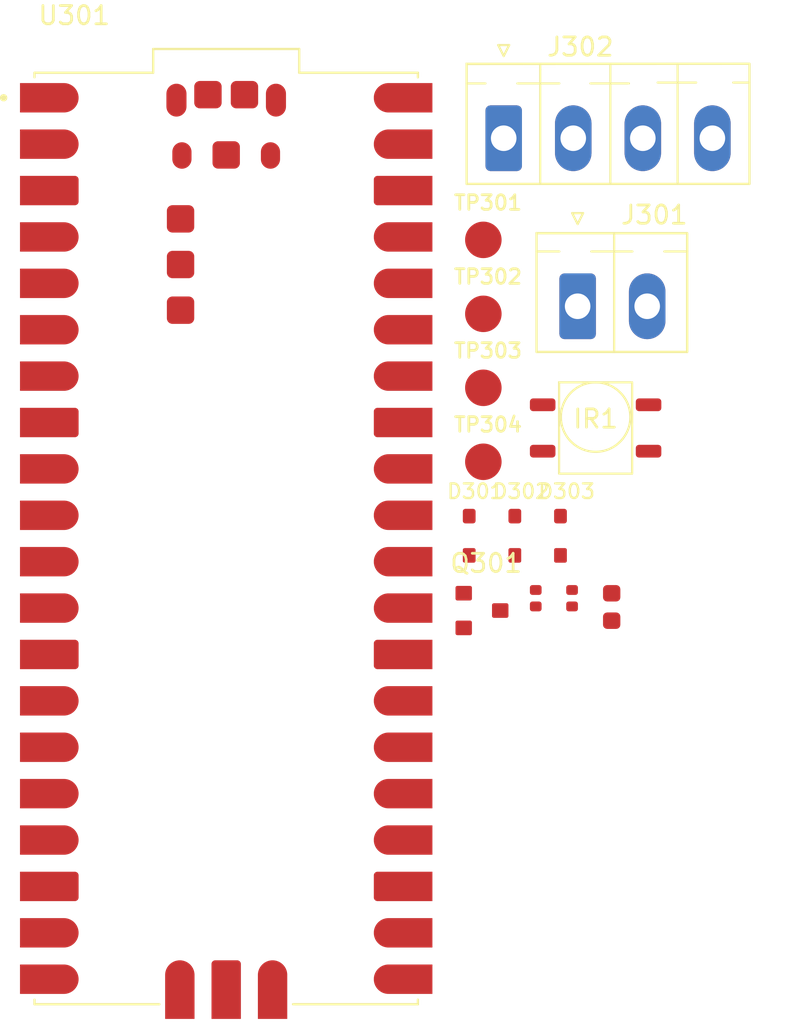
<source format=kicad_pcb>
(kicad_pcb (version 20240108) (generator "pcbnew") (generator_version "8.0")
  (layers (0 "F.Cu" signal) (31 "B.Cu" signal) (34 "B.Paste" user) (35 "F.Paste" user) (36 "B.SilkS" user "B.Silkscreen") (37 "F.SilkS" user "F.Silkscreen") (38 "B.Mask" user) (39 "F.Mask" user) (44 "Edge.Cuts" user))
  (net 0 "")
  (net 1 "Net-(IR1-VCC)")
  (net 2 "GND")
  (net 3 "+5V")
  (net 4 "ruban_led_7")
  (net 5 "lecteur_ir_13")
  (net 7 "vbus")
  (net 8 "vsys")
  (footprint "codium_Pads:TestPoint_Pad_D2.0mm" (layer "F.Cu") (at 131.97 71.7)
    (property "Reference" "TP302" (at 0.254 -2.032 0) (layer "F.SilkS") (effects (font (size 0.8 0.8))))
    (property "Value" "TestVCC" (hide yes))
    (pad "1" smd circle (at 0 0) (size 2 2) (layers "F.Cu" "F.Mask") (net 3 "+5V"))
  )
  (footprint "codium_Basics:R0402" (layer "F.Cu") (at 134.84 87.27)
    (property "Reference" "R301" (hide yes))
    (property "Value" "100R" (hide yes))
    (pad "1" smd roundrect (at 0 -0.45 270) (size 0.54 0.64) (layers "F.Cu" "F.Paste" "F.Mask") (net 1 "Net-(IR1-VCC)"))
    (pad "2" smd roundrect (at 0 0.45 270) (size 0.54 0.64) (layers "F.Cu" "F.Paste" "F.Mask") (net 3 "+5V"))
  )
  (footprint "codium_Basics:SOD323_NP" (layer "F.Cu") (at 131.195 83.85)
    (property "Reference" "D301" (at 0.34 -2.43 0) (layer "F.SilkS") (effects (font (size 0.8 0.8) (thickness 0.13))))
    (property "Value" "TVS 5V" (hide yes))
    (pad "1" smd roundrect (at 0 -1.075 270) (size 0.8 0.7) (layers "F.Cu" "F.Paste" "F.Mask") (roundrect_rratio 0.2) (net 3 "+5V"))
    (pad "2" smd roundrect (at 0 1.075 270) (size 0.8 0.7) (layers "F.Cu" "F.Paste" "F.Mask") (roundrect_rratio 0.1428571429) (net 2 "GND"))
  )
  (footprint "codium_Basics:SOD323_NP" (layer "F.Cu") (at 136.195 83.85)
    (property "Reference" "D303" (at 0.34 -2.43 0) (layer "F.SilkS") (effects (font (size 0.8 0.8) (thickness 0.13))))
    (property "Value" "TVS 5V" (hide yes))
    (pad "1" smd roundrect (at 0 -1.075 270) (size 0.8 0.7) (layers "F.Cu" "F.Paste" "F.Mask") (roundrect_rratio 0.2) (net 2 "GND"))
    (pad "2" smd roundrect (at 0 1.075 270) (size 0.8 0.7) (layers "F.Cu" "F.Paste" "F.Mask") (roundrect_rratio 0.1428571429) (net 3 "+5V"))
  )
  (footprint "codium_Basics:SOD323_NP" (layer "F.Cu") (at 133.695 83.85)
    (property "Reference" "D302" (at 0.34 -2.43 0) (layer "F.SilkS") (effects (font (size 0.8 0.8) (thickness 0.13))))
    (property "Value" "TVS 5V" (hide yes))
    (pad "1" smd roundrect (at 0 -1.075 270) (size 0.8 0.7) (layers "F.Cu" "F.Paste" "F.Mask") (roundrect_rratio 0.2) (net 4 "ruban_led_7"))
    (pad "2" smd roundrect (at 0 1.075 270) (size 0.8 0.7) (layers "F.Cu" "F.Paste" "F.Mask") (roundrect_rratio 0.1428571429) (net 2 "GND"))
  )
  (footprint "codium_Connectors:Conn_THT_3.81_4x1_Vertical" (layer "F.Cu") (at 133.085 62.085)
    (property "Reference" "J302" (at 4.2 -5 0) (layer "F.SilkS"))
    (property "Value" "EMB_P3.81_1x04_VERTICAL")
    (pad "1" thru_hole roundrect (at 0 0) (size 2 3.6) (drill 1.4) (layers "*.Cu" "*.Mask") (roundrect_rratio 0.139) (net 2 "GND"))
    (pad "2" thru_hole oval (at 3.81 0) (size 2 3.6) (drill 1.4) (layers "*.Cu" "*.Mask"))
    (pad "3" thru_hole oval (at 7.62 0) (size 2 3.6) (drill 1.4) (layers "*.Cu" "*.Mask") (net 4 "ruban_led_7"))
    (pad "4" thru_hole oval (at 11.43 0) (size 2 3.6) (drill 1.4) (layers "*.Cu" "*.Mask") (net 3 "+5V"))
  )
  (footprint "codium_Basics:C0603" (layer "F.Cu") (at 139 87.75)
    (property "Reference" "C301" (hide yes))
    (property "Value" "10uF 10V" (hide yes))
    (pad "1" smd roundrect (at 0 -0.75 270) (size 0.9 0.95) (layers "F.Cu" "F.Paste" "F.Mask") (net 2 "GND"))
    (pad "2" smd roundrect (at 0 0.75 270) (size 0.9 0.95) (layers "F.Cu" "F.Paste" "F.Mask") (net 1 "Net-(IR1-VCC)"))
  )
  (footprint "codium_Basics:SOT23" (layer "F.Cu") (at 131.895 87.945)
    (property "Reference" "Q301" (at 0.23 -2.59 0) (layer "F.SilkS"))
    (property "Value" "MOS P 20V 2A" (hide yes))
    (pad "1" smd roundrect (at -1 -0.95) (size 0.9 0.8) (layers "F.Cu" "F.Paste" "F.Mask") (roundrect_rratio 0.125) (net 7 "vbus"))
    (pad "2" smd roundrect (at -1 0.95) (size 0.9 0.8) (layers "F.Cu" "F.Paste" "F.Mask") (roundrect_rratio 0.125) (net 8 "vsys"))
    (pad "3" smd roundrect (at 1 0) (size 0.9 0.8) (layers "F.Cu" "F.Paste" "F.Mask") (roundrect_rratio 0.125) (net 3 "+5V"))
  )
  (footprint "codium_Basics:R0402" (layer "F.Cu") (at 136.83 87.27)
    (property "Reference" "R302" (hide yes))
    (property "Value" "100k" (hide yes))
    (pad "1" smd roundrect (at 0 -0.45 270) (size 0.54 0.64) (layers "F.Cu" "F.Paste" "F.Mask") (net 5 "lecteur_ir_13"))
    (pad "2" smd roundrect (at 0 0.45 270) (size 0.54 0.64) (layers "F.Cu" "F.Paste" "F.Mask") (net 3 "+5V"))
  )
  (footprint "codium_Connectors:Conn_THT_3.81_2x1_Vertical" (layer "F.Cu") (at 137.135 71.285)
    (property "Reference" "J301" (at 4.2 -5 0) (layer "F.SilkS"))
    (property "Value" "EMB_P3.81_1x02_VERTICAL")
    (pad "1" thru_hole roundrect (at 0 0) (size 2 3.6) (drill 1.4) (layers "*.Cu" "*.Mask") (roundrect_rratio 0.139) (net 3 "+5V"))
    (pad "2" thru_hole oval (at 3.81 0) (size 2 3.6) (drill 1.4) (layers "*.Cu" "*.Mask") (net 2 "GND"))
  )
  (footprint "codium_Pads:TestPoint_Pad_D2.0mm" (layer "F.Cu") (at 131.97 75.75)
    (property "Reference" "TP303" (at 0.254 -2.032 0) (layer "F.SilkS") (effects (font (size 0.8 0.8))))
    (property "Value" "TestCapteur" (hide yes))
    (pad "1" smd circle (at 0 0) (size 2 2) (layers "F.Cu" "F.Mask") (net 5 "lecteur_ir_13"))
  )
  (footprint "codium_Pads:TestPoint_Pad_D2.0mm" (layer "F.Cu") (at 131.97 67.65)
    (property "Reference" "TP301" (at 0.254 -2.032 0) (layer "F.SilkS") (effects (font (size 0.8 0.8))))
    (property "Value" "TestGND" (hide yes))
    (pad "1" smd circle (at 0 0) (size 2 2) (layers "F.Cu" "F.Mask") (net 2 "GND"))
  )
  (footprint "codium_Pads:TestPoint_Pad_D2.0mm" (layer "F.Cu") (at 131.97 79.8)
    (property "Reference" "TP304" (at 0.254 -2.032 0) (layer "F.SilkS") (effects (font (size 0.8 0.8))))
    (property "Value" "TestLED" (hide yes))
    (pad "1" smd circle (at 0 0) (size 2 2) (layers "F.Cu" "F.Mask") (net 4 "ruban_led_7"))
  )
  (footprint "codium_Leds:SMD-4P_4x5mm" (layer "F.Cu") (at 138.12 77.95)
    (property "Reference" "IR1" (at 0 -0.5 0) (layer "F.SilkS"))
    (property "Value" "IR_REMOTE_RECEIVER")
    (pad "1" smd roundrect (at -2.9 -1.27) (size 1.4 0.7) (layers "F.Cu" "F.Paste" "F.Mask") (net 2 "GND"))
    (pad "2" smd roundrect (at -2.9 1.27) (size 1.4 0.7) (layers "F.Cu" "F.Paste" "F.Mask") (net 2 "GND"))
    (pad "3" smd roundrect (at 2.9 1.27) (size 1.4 0.7) (layers "F.Cu" "F.Paste" "F.Mask") (net 5 "lecteur_ir_13"))
    (pad "4" smd roundrect (at 2.9 -1.27) (size 1.4 0.7) (layers "F.Cu" "F.Paste" "F.Mask") (net 1 "Net-(IR1-VCC)"))
  )
  (footprint "codium_Modules:Raspberry-Pi-Pico" (layer "F.Cu") (at 117.885 84)
    (property "Reference" "U301" (at -8.325 -28.635 0) (layer "F.SilkS"))
    (property "Value" "Raspberry-Pi-Pico_Linked" (hide yes))
    (pad "1" smd custom (at -9.69 -24.13) (size 1 1) (layers "F.Cu") (options (clearance outline) (anchor rect)) (primitives (gr_poly (pts (xy -1.6 0.8) (xy -1.6 -0.8) (xy 0.8 -0.8) (xy 0.842 -0.799) (xy 0.884 -0.796) (xy 0.925 -0.79) (xy 0.966 -0.783) (xy 1.007 -0.773) (xy 1.047 -0.761) (xy 1.087 -0.747) (xy 1.125 -0.731) (xy 1.163 -0.713) (xy 1.2 -0.693) (xy 1.236 -0.671) (xy 1.27 -0.647) (xy 1.303 -0.622) (xy 1.335 -0.595) (xy 1.366 -0.566) (xy 1.395 -0.535) (xy 1.422 -0.503) (xy 1.447 -0.47) (xy 1.471 -0.436) (xy 1.493 -0.4) (xy 1.513 -0.363) (xy 1.531 -0.325) (xy 1.547 -0.287) (xy 1.561 -0.247) (xy 1.573 -0.207) (xy 1.583 -0.166) (xy 1.59 -0.125) (xy 1.596 -0.084) (xy 1.599 -0.042) (xy 1.6 0) (xy 1.599 0.042) (xy 1.596 0.084) (xy 1.59 0.125) (xy 1.583 0.166) (xy 1.573 0.207) (xy 1.561 0.247) (xy 1.547 0.287) (xy 1.531 0.325) (xy 1.513 0.363) (xy 1.493 0.4) (xy 1.471 0.436) (xy 1.447 0.47) (xy 1.422 0.503) (xy 1.395 0.535) (xy 1.366 0.566) (xy 1.335 0.595) (xy 1.303 0.622) (xy 1.27 0.647) (xy 1.236 0.671) (xy 1.2 0.693) (xy 1.163 0.713) (xy 1.125 0.731) (xy 1.087 0.747) (xy 1.047 0.761) (xy 1.007 0.773) (xy 0.966 0.783) (xy 0.925 0.79) (xy 0.884 0.796) (xy 0.842 0.799) (xy 0.8 0.8) (xy -1.6 0.8)) (width 0.01) (fill yes))))
    (pad "2" smd custom (at -9.69 -21.59) (size 1 1) (layers "F.Cu") (options (clearance outline) (anchor rect)) (primitives (gr_poly (pts (xy -1.6 0.8) (xy -1.6 -0.8) (xy 0.8 -0.8) (xy 0.842 -0.799) (xy 0.884 -0.796) (xy 0.925 -0.79) (xy 0.966 -0.783) (xy 1.007 -0.773) (xy 1.047 -0.761) (xy 1.087 -0.747) (xy 1.125 -0.731) (xy 1.163 -0.713) (xy 1.2 -0.693) (xy 1.236 -0.671) (xy 1.27 -0.647) (xy 1.303 -0.622) (xy 1.335 -0.595) (xy 1.366 -0.566) (xy 1.395 -0.535) (xy 1.422 -0.503) (xy 1.447 -0.47) (xy 1.471 -0.436) (xy 1.493 -0.4) (xy 1.513 -0.363) (xy 1.531 -0.325) (xy 1.547 -0.287) (xy 1.561 -0.247) (xy 1.573 -0.207) (xy 1.583 -0.166) (xy 1.59 -0.125) (xy 1.596 -0.084) (xy 1.599 -0.042) (xy 1.6 0) (xy 1.599 0.042) (xy 1.596 0.084) (xy 1.59 0.125) (xy 1.583 0.166) (xy 1.573 0.207) (xy 1.561 0.247) (xy 1.547 0.287) (xy 1.531 0.325) (xy 1.513 0.363) (xy 1.493 0.4) (xy 1.471 0.436) (xy 1.447 0.47) (xy 1.422 0.503) (xy 1.395 0.535) (xy 1.366 0.566) (xy 1.335 0.595) (xy 1.303 0.622) (xy 1.27 0.647) (xy 1.236 0.671) (xy 1.2 0.693) (xy 1.163 0.713) (xy 1.125 0.731) (xy 1.087 0.747) (xy 1.047 0.761) (xy 1.007 0.773) (xy 0.966 0.783) (xy 0.925 0.79) (xy 0.884 0.796) (xy 0.842 0.799) (xy 0.8 0.8) (xy -1.6 0.8)) (width 0.01) (fill yes))))
    (pad "3" smd custom (at -9.69 -19.05) (size 1 1) (layers "F.Cu") (net 2 "GND") (options (clearance outline) (anchor rect)) (primitives (gr_poly (pts (xy -1.6 0.8) (xy -1.6 -0.8) (xy 1.4 -0.8) (xy 1.41 -0.8) (xy 1.421 -0.799) (xy 1.431 -0.798) (xy 1.442 -0.796) (xy 1.452 -0.793) (xy 1.462 -0.79) (xy 1.472 -0.787) (xy 1.481 -0.783) (xy 1.491 -0.778) (xy 1.5 -0.773) (xy 1.509 -0.768) (xy 1.518 -0.762) (xy 1.526 -0.755) (xy 1.534 -0.749) (xy 1.541 -0.741) (xy 1.549 -0.734) (xy 1.555 -0.726) (xy 1.562 -0.718) (xy 1.568 -0.709) (xy 1.573 -0.7) (xy 1.578 -0.691) (xy 1.583 -0.681) (xy 1.587 -0.672) (xy 1.59 -0.662) (xy 1.593 -0.652) (xy 1.596 -0.642) (xy 1.598 -0.631) (xy 1.599 -0.621) (xy 1.6 -0.61) (xy 1.6 -0.6) (xy 1.6 0.6) (xy 1.6 0.61) (xy 1.599 0.621) (xy 1.598 0.631) (xy 1.596 0.642) (xy 1.593 0.652) (xy 1.59 0.662) (xy 1.587 0.672) (xy 1.583 0.681) (xy 1.578 0.691) (xy 1.573 0.7) (xy 1.568 0.709) (xy 1.562 0.718) (xy 1.555 0.726) (xy 1.549 0.734) (xy 1.541 0.741) (xy 1.534 0.749) (xy 1.526 0.755) (xy 1.518 0.762) (xy 1.509 0.768) (xy 1.5 0.773) (xy 1.491 0.778) (xy 1.481 0.783) (xy 1.472 0.787) (xy 1.462 0.79) (xy 1.452 0.793) (xy 1.442 0.796) (xy 1.431 0.798) (xy 1.421 0.799) (xy 1.41 0.8) (xy 1.4 0.8) (xy -1.6 0.8)) (width 0.01) (fill yes))))
    (pad "4" smd custom (at -9.69 -16.51) (size 1 1) (layers "F.Cu") (options (clearance outline) (anchor rect)) (primitives (gr_poly (pts (xy -1.6 0.8) (xy -1.6 -0.8) (xy 0.8 -0.8) (xy 0.842 -0.799) (xy 0.884 -0.796) (xy 0.925 -0.79) (xy 0.966 -0.783) (xy 1.007 -0.773) (xy 1.047 -0.761) (xy 1.087 -0.747) (xy 1.125 -0.731) (xy 1.163 -0.713) (xy 1.2 -0.693) (xy 1.236 -0.671) (xy 1.27 -0.647) (xy 1.303 -0.622) (xy 1.335 -0.595) (xy 1.366 -0.566) (xy 1.395 -0.535) (xy 1.422 -0.503) (xy 1.447 -0.47) (xy 1.471 -0.436) (xy 1.493 -0.4) (xy 1.513 -0.363) (xy 1.531 -0.325) (xy 1.547 -0.287) (xy 1.561 -0.247) (xy 1.573 -0.207) (xy 1.583 -0.166) (xy 1.59 -0.125) (xy 1.596 -0.084) (xy 1.599 -0.042) (xy 1.6 0) (xy 1.599 0.042) (xy 1.596 0.084) (xy 1.59 0.125) (xy 1.583 0.166) (xy 1.573 0.207) (xy 1.561 0.247) (xy 1.547 0.287) (xy 1.531 0.325) (xy 1.513 0.363) (xy 1.493 0.4) (xy 1.471 0.436) (xy 1.447 0.47) (xy 1.422 0.503) (xy 1.395 0.535) (xy 1.366 0.566) (xy 1.335 0.595) (xy 1.303 0.622) (xy 1.27 0.647) (xy 1.236 0.671) (xy 1.2 0.693) (xy 1.163 0.713) (xy 1.125 0.731) (xy 1.087 0.747) (xy 1.047 0.761) (xy 1.007 0.773) (xy 0.966 0.783) (xy 0.925 0.79) (xy 0.884 0.796) (xy 0.842 0.799) (xy 0.8 0.8) (xy -1.6 0.8)) (width 0.01) (fill yes))))
    (pad "5" smd custom (at -9.69 -13.97) (size 1 1) (layers "F.Cu") (options (clearance outline) (anchor rect)) (primitives (gr_poly (pts (xy -1.6 0.8) (xy -1.6 -0.8) (xy 0.8 -0.8) (xy 0.842 -0.799) (xy 0.884 -0.796) (xy 0.925 -0.79) (xy 0.966 -0.783) (xy 1.007 -0.773) (xy 1.047 -0.761) (xy 1.087 -0.747) (xy 1.125 -0.731) (xy 1.163 -0.713) (xy 1.2 -0.693) (xy 1.236 -0.671) (xy 1.27 -0.647) (xy 1.303 -0.622) (xy 1.335 -0.595) (xy 1.366 -0.566) (xy 1.395 -0.535) (xy 1.422 -0.503) (xy 1.447 -0.47) (xy 1.471 -0.436) (xy 1.493 -0.4) (xy 1.513 -0.363) (xy 1.531 -0.325) (xy 1.547 -0.287) (xy 1.561 -0.247) (xy 1.573 -0.207) (xy 1.583 -0.166) (xy 1.59 -0.125) (xy 1.596 -0.084) (xy 1.599 -0.042) (xy 1.6 0) (xy 1.599 0.042) (xy 1.596 0.084) (xy 1.59 0.125) (xy 1.583 0.166) (xy 1.573 0.207) (xy 1.561 0.247) (xy 1.547 0.287) (xy 1.531 0.325) (xy 1.513 0.363) (xy 1.493 0.4) (xy 1.471 0.436) (xy 1.447 0.47) (xy 1.422 0.503) (xy 1.395 0.535) (xy 1.366 0.566) (xy 1.335 0.595) (xy 1.303 0.622) (xy 1.27 0.647) (xy 1.236 0.671) (xy 1.2 0.693) (xy 1.163 0.713) (xy 1.125 0.731) (xy 1.087 0.747) (xy 1.047 0.761) (xy 1.007 0.773) (xy 0.966 0.783) (xy 0.925 0.79) (xy 0.884 0.796) (xy 0.842 0.799) (xy 0.8 0.8) (xy -1.6 0.8)) (width 0.01) (fill yes))))
    (pad "6" smd custom (at -9.69 -11.43) (size 1 1) (layers "F.Cu") (options (clearance outline) (anchor rect)) (primitives (gr_poly (pts (xy -1.6 0.8) (xy -1.6 -0.8) (xy 0.8 -0.8) (xy 0.842 -0.799) (xy 0.884 -0.796) (xy 0.925 -0.79) (xy 0.966 -0.783) (xy 1.007 -0.773) (xy 1.047 -0.761) (xy 1.087 -0.747) (xy 1.125 -0.731) (xy 1.163 -0.713) (xy 1.2 -0.693) (xy 1.236 -0.671) (xy 1.27 -0.647) (xy 1.303 -0.622) (xy 1.335 -0.595) (xy 1.366 -0.566) (xy 1.395 -0.535) (xy 1.422 -0.503) (xy 1.447 -0.47) (xy 1.471 -0.436) (xy 1.493 -0.4) (xy 1.513 -0.363) (xy 1.531 -0.325) (xy 1.547 -0.287) (xy 1.561 -0.247) (xy 1.573 -0.207) (xy 1.583 -0.166) (xy 1.59 -0.125) (xy 1.596 -0.084) (xy 1.599 -0.042) (xy 1.6 0) (xy 1.599 0.042) (xy 1.596 0.084) (xy 1.59 0.125) (xy 1.583 0.166) (xy 1.573 0.207) (xy 1.561 0.247) (xy 1.547 0.287) (xy 1.531 0.325) (xy 1.513 0.363) (xy 1.493 0.4) (xy 1.471 0.436) (xy 1.447 0.47) (xy 1.422 0.503) (xy 1.395 0.535) (xy 1.366 0.566) (xy 1.335 0.595) (xy 1.303 0.622) (xy 1.27 0.647) (xy 1.236 0.671) (xy 1.2 0.693) (xy 1.163 0.713) (xy 1.125 0.731) (xy 1.087 0.747) (xy 1.047 0.761) (xy 1.007 0.773) (xy 0.966 0.783) (xy 0.925 0.79) (xy 0.884 0.796) (xy 0.842 0.799) (xy 0.8 0.8) (xy -1.6 0.8)) (width 0.01) (fill yes))))
    (pad "7" smd custom (at -9.69 -8.89) (size 1 1) (layers "F.Cu") (options (clearance outline) (anchor rect)) (primitives (gr_poly (pts (xy -1.6 0.8) (xy -1.6 -0.8) (xy 0.8 -0.8) (xy 0.842 -0.799) (xy 0.884 -0.796) (xy 0.925 -0.79) (xy 0.966 -0.783) (xy 1.007 -0.773) (xy 1.047 -0.761) (xy 1.087 -0.747) (xy 1.125 -0.731) (xy 1.163 -0.713) (xy 1.2 -0.693) (xy 1.236 -0.671) (xy 1.27 -0.647) (xy 1.303 -0.622) (xy 1.335 -0.595) (xy 1.366 -0.566) (xy 1.395 -0.535) (xy 1.422 -0.503) (xy 1.447 -0.47) (xy 1.471 -0.436) (xy 1.493 -0.4) (xy 1.513 -0.363) (xy 1.531 -0.325) (xy 1.547 -0.287) (xy 1.561 -0.247) (xy 1.573 -0.207) (xy 1.583 -0.166) (xy 1.59 -0.125) (xy 1.596 -0.084) (xy 1.599 -0.042) (xy 1.6 0) (xy 1.599 0.042) (xy 1.596 0.084) (xy 1.59 0.125) (xy 1.583 0.166) (xy 1.573 0.207) (xy 1.561 0.247) (xy 1.547 0.287) (xy 1.531 0.325) (xy 1.513 0.363) (xy 1.493 0.4) (xy 1.471 0.436) (xy 1.447 0.47) (xy 1.422 0.503) (xy 1.395 0.535) (xy 1.366 0.566) (xy 1.335 0.595) (xy 1.303 0.622) (xy 1.27 0.647) (xy 1.236 0.671) (xy 1.2 0.693) (xy 1.163 0.713) (xy 1.125 0.731) (xy 1.087 0.747) (xy 1.047 0.761) (xy 1.007 0.773) (xy 0.966 0.783) (xy 0.925 0.79) (xy 0.884 0.796) (xy 0.842 0.799) (xy 0.8 0.8) (xy -1.6 0.8)) (width 0.01) (fill yes))))
    (pad "8" smd custom (at -9.69 -6.35) (size 1 1) (layers "F.Cu") (net 2 "GND") (options (clearance outline) (anchor rect)) (primitives (gr_poly (pts (xy -1.6 0.8) (xy -1.6 -0.8) (xy 1.4 -0.8) (xy 1.41 -0.8) (xy 1.421 -0.799) (xy 1.431 -0.798) (xy 1.442 -0.796) (xy 1.452 -0.793) (xy 1.462 -0.79) (xy 1.472 -0.787) (xy 1.481 -0.783) (xy 1.491 -0.778) (xy 1.5 -0.773) (xy 1.509 -0.768) (xy 1.518 -0.762) (xy 1.526 -0.755) (xy 1.534 -0.749) (xy 1.541 -0.741) (xy 1.549 -0.734) (xy 1.555 -0.726) (xy 1.562 -0.718) (xy 1.568 -0.709) (xy 1.573 -0.7) (xy 1.578 -0.691) (xy 1.583 -0.681) (xy 1.587 -0.672) (xy 1.59 -0.662) (xy 1.593 -0.652) (xy 1.596 -0.642) (xy 1.598 -0.631) (xy 1.599 -0.621) (xy 1.6 -0.61) (xy 1.6 -0.6) (xy 1.6 0.6) (xy 1.6 0.61) (xy 1.599 0.621) (xy 1.598 0.631) (xy 1.596 0.642) (xy 1.593 0.652) (xy 1.59 0.662) (xy 1.587 0.672) (xy 1.583 0.681) (xy 1.578 0.691) (xy 1.573 0.7) (xy 1.568 0.709) (xy 1.562 0.718) (xy 1.555 0.726) (xy 1.549 0.734) (xy 1.541 0.741) (xy 1.534 0.749) (xy 1.526 0.755) (xy 1.518 0.762) (xy 1.509 0.768) (xy 1.5 0.773) (xy 1.491 0.778) (xy 1.481 0.783) (xy 1.472 0.787) (xy 1.462 0.79) (xy 1.452 0.793) (xy 1.442 0.796) (xy 1.431 0.798) (xy 1.421 0.799) (xy 1.41 0.8) (xy 1.4 0.8) (xy -1.6 0.8)) (width 0.01) (fill yes))))
    (pad "9" smd custom (at -9.69 -3.81) (size 1 1) (layers "F.Cu") (options (clearance outline) (anchor rect)) (primitives (gr_poly (pts (xy -1.6 0.8) (xy -1.6 -0.8) (xy 0.8 -0.8) (xy 0.842 -0.799) (xy 0.884 -0.796) (xy 0.925 -0.79) (xy 0.966 -0.783) (xy 1.007 -0.773) (xy 1.047 -0.761) (xy 1.087 -0.747) (xy 1.125 -0.731) (xy 1.163 -0.713) (xy 1.2 -0.693) (xy 1.236 -0.671) (xy 1.27 -0.647) (xy 1.303 -0.622) (xy 1.335 -0.595) (xy 1.366 -0.566) (xy 1.395 -0.535) (xy 1.422 -0.503) (xy 1.447 -0.47) (xy 1.471 -0.436) (xy 1.493 -0.4) (xy 1.513 -0.363) (xy 1.531 -0.325) (xy 1.547 -0.287) (xy 1.561 -0.247) (xy 1.573 -0.207) (xy 1.583 -0.166) (xy 1.59 -0.125) (xy 1.596 -0.084) (xy 1.599 -0.042) (xy 1.6 0) (xy 1.599 0.042) (xy 1.596 0.084) (xy 1.59 0.125) (xy 1.583 0.166) (xy 1.573 0.207) (xy 1.561 0.247) (xy 1.547 0.287) (xy 1.531 0.325) (xy 1.513 0.363) (xy 1.493 0.4) (xy 1.471 0.436) (xy 1.447 0.47) (xy 1.422 0.503) (xy 1.395 0.535) (xy 1.366 0.566) (xy 1.335 0.595) (xy 1.303 0.622) (xy 1.27 0.647) (xy 1.236 0.671) (xy 1.2 0.693) (xy 1.163 0.713) (xy 1.125 0.731) (xy 1.087 0.747) (xy 1.047 0.761) (xy 1.007 0.773) (xy 0.966 0.783) (xy 0.925 0.79) (xy 0.884 0.796) (xy 0.842 0.799) (xy 0.8 0.8) (xy -1.6 0.8)) (width 0.01) (fill yes))))
    (pad "10" smd custom (at -9.69 -1.27) (size 1 1) (layers "F.Cu") (net 4 "ruban_led_7") (options (clearance outline) (anchor rect)) (primitives (gr_poly (pts (xy -1.6 0.8) (xy -1.6 -0.8) (xy 0.8 -0.8) (xy 0.842 -0.799) (xy 0.884 -0.796) (xy 0.925 -0.79) (xy 0.966 -0.783) (xy 1.007 -0.773) (xy 1.047 -0.761) (xy 1.087 -0.747) (xy 1.125 -0.731) (xy 1.163 -0.713) (xy 1.2 -0.693) (xy 1.236 -0.671) (xy 1.27 -0.647) (xy 1.303 -0.622) (xy 1.335 -0.595) (xy 1.366 -0.566) (xy 1.395 -0.535) (xy 1.422 -0.503) (xy 1.447 -0.47) (xy 1.471 -0.436) (xy 1.493 -0.4) (xy 1.513 -0.363) (xy 1.531 -0.325) (xy 1.547 -0.287) (xy 1.561 -0.247) (xy 1.573 -0.207) (xy 1.583 -0.166) (xy 1.59 -0.125) (xy 1.596 -0.084) (xy 1.599 -0.042) (xy 1.6 0) (xy 1.599 0.042) (xy 1.596 0.084) (xy 1.59 0.125) (xy 1.583 0.166) (xy 1.573 0.207) (xy 1.561 0.247) (xy 1.547 0.287) (xy 1.531 0.325) (xy 1.513 0.363) (xy 1.493 0.4) (xy 1.471 0.436) (xy 1.447 0.47) (xy 1.422 0.503) (xy 1.395 0.535) (xy 1.366 0.566) (xy 1.335 0.595) (xy 1.303 0.622) (xy 1.27 0.647) (xy 1.236 0.671) (xy 1.2 0.693) (xy 1.163 0.713) (xy 1.125 0.731) (xy 1.087 0.747) (xy 1.047 0.761) (xy 1.007 0.773) (xy 0.966 0.783) (xy 0.925 0.79) (xy 0.884 0.796) (xy 0.842 0.799) (xy 0.8 0.8) (xy -1.6 0.8)) (width 0.01) (fill yes))))
    (pad "11" smd custom (at -9.69 1.27) (size 1 1) (layers "F.Cu") (options (clearance outline) (anchor rect)) (primitives (gr_poly (pts (xy -1.6 0.8) (xy -1.6 -0.8) (xy 0.8 -0.8) (xy 0.842 -0.799) (xy 0.884 -0.796) (xy 0.925 -0.79) (xy 0.966 -0.783) (xy 1.007 -0.773) (xy 1.047 -0.761) (xy 1.087 -0.747) (xy 1.125 -0.731) (xy 1.163 -0.713) (xy 1.2 -0.693) (xy 1.236 -0.671) (xy 1.27 -0.647) (xy 1.303 -0.622) (xy 1.335 -0.595) (xy 1.366 -0.566) (xy 1.395 -0.535) (xy 1.422 -0.503) (xy 1.447 -0.47) (xy 1.471 -0.436) (xy 1.493 -0.4) (xy 1.513 -0.363) (xy 1.531 -0.325) (xy 1.547 -0.287) (xy 1.561 -0.247) (xy 1.573 -0.207) (xy 1.583 -0.166) (xy 1.59 -0.125) (xy 1.596 -0.084) (xy 1.599 -0.042) (xy 1.6 0) (xy 1.599 0.042) (xy 1.596 0.084) (xy 1.59 0.125) (xy 1.583 0.166) (xy 1.573 0.207) (xy 1.561 0.247) (xy 1.547 0.287) (xy 1.531 0.325) (xy 1.513 0.363) (xy 1.493 0.4) (xy 1.471 0.436) (xy 1.447 0.47) (xy 1.422 0.503) (xy 1.395 0.535) (xy 1.366 0.566) (xy 1.335 0.595) (xy 1.303 0.622) (xy 1.27 0.647) (xy 1.236 0.671) (xy 1.2 0.693) (xy 1.163 0.713) (xy 1.125 0.731) (xy 1.087 0.747) (xy 1.047 0.761) (xy 1.007 0.773) (xy 0.966 0.783) (xy 0.925 0.79) (xy 0.884 0.796) (xy 0.842 0.799) (xy 0.8 0.8) (xy -1.6 0.8)) (width 0.01) (fill yes))))
    (pad "12" smd custom (at -9.69 3.81) (size 1 1) (layers "F.Cu") (options (clearance outline) (anchor rect)) (primitives (gr_poly (pts (xy -1.6 0.8) (xy -1.6 -0.8) (xy 0.8 -0.8) (xy 0.842 -0.799) (xy 0.884 -0.796) (xy 0.925 -0.79) (xy 0.966 -0.783) (xy 1.007 -0.773) (xy 1.047 -0.761) (xy 1.087 -0.747) (xy 1.125 -0.731) (xy 1.163 -0.713) (xy 1.2 -0.693) (xy 1.236 -0.671) (xy 1.27 -0.647) (xy 1.303 -0.622) (xy 1.335 -0.595) (xy 1.366 -0.566) (xy 1.395 -0.535) (xy 1.422 -0.503) (xy 1.447 -0.47) (xy 1.471 -0.436) (xy 1.493 -0.4) (xy 1.513 -0.363) (xy 1.531 -0.325) (xy 1.547 -0.287) (xy 1.561 -0.247) (xy 1.573 -0.207) (xy 1.583 -0.166) (xy 1.59 -0.125) (xy 1.596 -0.084) (xy 1.599 -0.042) (xy 1.6 0) (xy 1.599 0.042) (xy 1.596 0.084) (xy 1.59 0.125) (xy 1.583 0.166) (xy 1.573 0.207) (xy 1.561 0.247) (xy 1.547 0.287) (xy 1.531 0.325) (xy 1.513 0.363) (xy 1.493 0.4) (xy 1.471 0.436) (xy 1.447 0.47) (xy 1.422 0.503) (xy 1.395 0.535) (xy 1.366 0.566) (xy 1.335 0.595) (xy 1.303 0.622) (xy 1.27 0.647) (xy 1.236 0.671) (xy 1.2 0.693) (xy 1.163 0.713) (xy 1.125 0.731) (xy 1.087 0.747) (xy 1.047 0.761) (xy 1.007 0.773) (xy 0.966 0.783) (xy 0.925 0.79) (xy 0.884 0.796) (xy 0.842 0.799) (xy 0.8 0.8) (xy -1.6 0.8)) (width 0.01) (fill yes))))
    (pad "13" smd custom (at -9.69 6.35) (size 1 1) (layers "F.Cu") (net 2 "GND") (options (clearance outline) (anchor rect)) (primitives (gr_poly (pts (xy -1.6 0.8) (xy -1.6 -0.8) (xy 1.4 -0.8) (xy 1.41 -0.8) (xy 1.421 -0.799) (xy 1.431 -0.798) (xy 1.442 -0.796) (xy 1.452 -0.793) (xy 1.462 -0.79) (xy 1.472 -0.787) (xy 1.481 -0.783) (xy 1.491 -0.778) (xy 1.5 -0.773) (xy 1.509 -0.768) (xy 1.518 -0.762) (xy 1.526 -0.755) (xy 1.534 -0.749) (xy 1.541 -0.741) (xy 1.549 -0.734) (xy 1.555 -0.726) (xy 1.562 -0.718) (xy 1.568 -0.709) (xy 1.573 -0.7) (xy 1.578 -0.691) (xy 1.583 -0.681) (xy 1.587 -0.672) (xy 1.59 -0.662) (xy 1.593 -0.652) (xy 1.596 -0.642) (xy 1.598 -0.631) (xy 1.599 -0.621) (xy 1.6 -0.61) (xy 1.6 -0.6) (xy 1.6 0.6) (xy 1.6 0.61) (xy 1.599 0.621) (xy 1.598 0.631) (xy 1.596 0.642) (xy 1.593 0.652) (xy 1.59 0.662) (xy 1.587 0.672) (xy 1.583 0.681) (xy 1.578 0.691) (xy 1.573 0.7) (xy 1.568 0.709) (xy 1.562 0.718) (xy 1.555 0.726) (xy 1.549 0.734) (xy 1.541 0.741) (xy 1.534 0.749) (xy 1.526 0.755) (xy 1.518 0.762) (xy 1.509 0.768) (xy 1.5 0.773) (xy 1.491 0.778) (xy 1.481 0.783) (xy 1.472 0.787) (xy 1.462 0.79) (xy 1.452 0.793) (xy 1.442 0.796) (xy 1.431 0.798) (xy 1.421 0.799) (xy 1.41 0.8) (xy 1.4 0.8) (xy -1.6 0.8)) (width 0.01) (fill yes))))
    (pad "14" smd custom (at -9.69 8.89) (size 1 1) (layers "F.Cu") (options (clearance outline) (anchor rect)) (primitives (gr_poly (pts (xy -1.6 0.8) (xy -1.6 -0.8) (xy 0.8 -0.8) (xy 0.842 -0.799) (xy 0.884 -0.796) (xy 0.925 -0.79) (xy 0.966 -0.783) (xy 1.007 -0.773) (xy 1.047 -0.761) (xy 1.087 -0.747) (xy 1.125 -0.731) (xy 1.163 -0.713) (xy 1.2 -0.693) (xy 1.236 -0.671) (xy 1.27 -0.647) (xy 1.303 -0.622) (xy 1.335 -0.595) (xy 1.366 -0.566) (xy 1.395 -0.535) (xy 1.422 -0.503) (xy 1.447 -0.47) (xy 1.471 -0.436) (xy 1.493 -0.4) (xy 1.513 -0.363) (xy 1.531 -0.325) (xy 1.547 -0.287) (xy 1.561 -0.247) (xy 1.573 -0.207) (xy 1.583 -0.166) (xy 1.59 -0.125) (xy 1.596 -0.084) (xy 1.599 -0.042) (xy 1.6 0) (xy 1.599 0.042) (xy 1.596 0.084) (xy 1.59 0.125) (xy 1.583 0.166) (xy 1.573 0.207) (xy 1.561 0.247) (xy 1.547 0.287) (xy 1.531 0.325) (xy 1.513 0.363) (xy 1.493 0.4) (xy 1.471 0.436) (xy 1.447 0.47) (xy 1.422 0.503) (xy 1.395 0.535) (xy 1.366 0.566) (xy 1.335 0.595) (xy 1.303 0.622) (xy 1.27 0.647) (xy 1.236 0.671) (xy 1.2 0.693) (xy 1.163 0.713) (xy 1.125 0.731) (xy 1.087 0.747) (xy 1.047 0.761) (xy 1.007 0.773) (xy 0.966 0.783) (xy 0.925 0.79) (xy 0.884 0.796) (xy 0.842 0.799) (xy 0.8 0.8) (xy -1.6 0.8)) (width 0.01) (fill yes))))
    (pad "15" smd custom (at -9.69 11.43) (size 1 1) (layers "F.Cu") (options (clearance outline) (anchor rect)) (primitives (gr_poly (pts (xy -1.6 0.8) (xy -1.6 -0.8) (xy 0.8 -0.8) (xy 0.842 -0.799) (xy 0.884 -0.796) (xy 0.925 -0.79) (xy 0.966 -0.783) (xy 1.007 -0.773) (xy 1.047 -0.761) (xy 1.087 -0.747) (xy 1.125 -0.731) (xy 1.163 -0.713) (xy 1.2 -0.693) (xy 1.236 -0.671) (xy 1.27 -0.647) (xy 1.303 -0.622) (xy 1.335 -0.595) (xy 1.366 -0.566) (xy 1.395 -0.535) (xy 1.422 -0.503) (xy 1.447 -0.47) (xy 1.471 -0.436) (xy 1.493 -0.4) (xy 1.513 -0.363) (xy 1.531 -0.325) (xy 1.547 -0.287) (xy 1.561 -0.247) (xy 1.573 -0.207) (xy 1.583 -0.166) (xy 1.59 -0.125) (xy 1.596 -0.084) (xy 1.599 -0.042) (xy 1.6 0) (xy 1.599 0.042) (xy 1.596 0.084) (xy 1.59 0.125) (xy 1.583 0.166) (xy 1.573 0.207) (xy 1.561 0.247) (xy 1.547 0.287) (xy 1.531 0.325) (xy 1.513 0.363) (xy 1.493 0.4) (xy 1.471 0.436) (xy 1.447 0.47) (xy 1.422 0.503) (xy 1.395 0.535) (xy 1.366 0.566) (xy 1.335 0.595) (xy 1.303 0.622) (xy 1.27 0.647) (xy 1.236 0.671) (xy 1.2 0.693) (xy 1.163 0.713) (xy 1.125 0.731) (xy 1.087 0.747) (xy 1.047 0.761) (xy 1.007 0.773) (xy 0.966 0.783) (xy 0.925 0.79) (xy 0.884 0.796) (xy 0.842 0.799) (xy 0.8 0.8) (xy -1.6 0.8)) (width 0.01) (fill yes))))
    (pad "16" smd custom (at -9.69 13.97) (size 1 1) (layers "F.Cu") (options (clearance outline) (anchor rect)) (primitives (gr_poly (pts (xy -1.6 0.8) (xy -1.6 -0.8) (xy 0.8 -0.8) (xy 0.842 -0.799) (xy 0.884 -0.796) (xy 0.925 -0.79) (xy 0.966 -0.783) (xy 1.007 -0.773) (xy 1.047 -0.761) (xy 1.087 -0.747) (xy 1.125 -0.731) (xy 1.163 -0.713) (xy 1.2 -0.693) (xy 1.236 -0.671) (xy 1.27 -0.647) (xy 1.303 -0.622) (xy 1.335 -0.595) (xy 1.366 -0.566) (xy 1.395 -0.535) (xy 1.422 -0.503) (xy 1.447 -0.47) (xy 1.471 -0.436) (xy 1.493 -0.4) (xy 1.513 -0.363) (xy 1.531 -0.325) (xy 1.547 -0.287) (xy 1.561 -0.247) (xy 1.573 -0.207) (xy 1.583 -0.166) (xy 1.59 -0.125) (xy 1.596 -0.084) (xy 1.599 -0.042) (xy 1.6 0) (xy 1.599 0.042) (xy 1.596 0.084) (xy 1.59 0.125) (xy 1.583 0.166) (xy 1.573 0.207) (xy 1.561 0.247) (xy 1.547 0.287) (xy 1.531 0.325) (xy 1.513 0.363) (xy 1.493 0.4) (xy 1.471 0.436) (xy 1.447 0.47) (xy 1.422 0.503) (xy 1.395 0.535) (xy 1.366 0.566) (xy 1.335 0.595) (xy 1.303 0.622) (xy 1.27 0.647) (xy 1.236 0.671) (xy 1.2 0.693) (xy 1.163 0.713) (xy 1.125 0.731) (xy 1.087 0.747) (xy 1.047 0.761) (xy 1.007 0.773) (xy 0.966 0.783) (xy 0.925 0.79) (xy 0.884 0.796) (xy 0.842 0.799) (xy 0.8 0.8) (xy -1.6 0.8)) (width 0.01) (fill yes))))
    (pad "17" smd custom (at -9.69 16.51) (size 1 1) (layers "F.Cu") (net 5 "lecteur_ir_13") (options (clearance outline) (anchor rect)) (primitives (gr_poly (pts (xy -1.6 0.8) (xy -1.6 -0.8) (xy 0.8 -0.8) (xy 0.842 -0.799) (xy 0.884 -0.796) (xy 0.925 -0.79) (xy 0.966 -0.783) (xy 1.007 -0.773) (xy 1.047 -0.761) (xy 1.087 -0.747) (xy 1.125 -0.731) (xy 1.163 -0.713) (xy 1.2 -0.693) (xy 1.236 -0.671) (xy 1.27 -0.647) (xy 1.303 -0.622) (xy 1.335 -0.595) (xy 1.366 -0.566) (xy 1.395 -0.535) (xy 1.422 -0.503) (xy 1.447 -0.47) (xy 1.471 -0.436) (xy 1.493 -0.4) (xy 1.513 -0.363) (xy 1.531 -0.325) (xy 1.547 -0.287) (xy 1.561 -0.247) (xy 1.573 -0.207) (xy 1.583 -0.166) (xy 1.59 -0.125) (xy 1.596 -0.084) (xy 1.599 -0.042) (xy 1.6 0) (xy 1.599 0.042) (xy 1.596 0.084) (xy 1.59 0.125) (xy 1.583 0.166) (xy 1.573 0.207) (xy 1.561 0.247) (xy 1.547 0.287) (xy 1.531 0.325) (xy 1.513 0.363) (xy 1.493 0.4) (xy 1.471 0.436) (xy 1.447 0.47) (xy 1.422 0.503) (xy 1.395 0.535) (xy 1.366 0.566) (xy 1.335 0.595) (xy 1.303 0.622) (xy 1.27 0.647) (xy 1.236 0.671) (xy 1.2 0.693) (xy 1.163 0.713) (xy 1.125 0.731) (xy 1.087 0.747) (xy 1.047 0.761) (xy 1.007 0.773) (xy 0.966 0.783) (xy 0.925 0.79) (xy 0.884 0.796) (xy 0.842 0.799) (xy 0.8 0.8) (xy -1.6 0.8)) (width 0.01) (fill yes))))
    (pad "18" smd custom (at -9.69 19.05) (size 1 1) (layers "F.Cu") (net 2 "GND") (options (clearance outline) (anchor rect)) (primitives (gr_poly (pts (xy -1.6 0.8) (xy -1.6 -0.8) (xy 1.4 -0.8) (xy 1.41 -0.8) (xy 1.421 -0.799) (xy 1.431 -0.798) (xy 1.442 -0.796) (xy 1.452 -0.793) (xy 1.462 -0.79) (xy 1.472 -0.787) (xy 1.481 -0.783) (xy 1.491 -0.778) (xy 1.5 -0.773) (xy 1.509 -0.768) (xy 1.518 -0.762) (xy 1.526 -0.755) (xy 1.534 -0.749) (xy 1.541 -0.741) (xy 1.549 -0.734) (xy 1.555 -0.726) (xy 1.562 -0.718) (xy 1.568 -0.709) (xy 1.573 -0.7) (xy 1.578 -0.691) (xy 1.583 -0.681) (xy 1.587 -0.672) (xy 1.59 -0.662) (xy 1.593 -0.652) (xy 1.596 -0.642) (xy 1.598 -0.631) (xy 1.599 -0.621) (xy 1.6 -0.61) (xy 1.6 -0.6) (xy 1.6 0.6) (xy 1.6 0.61) (xy 1.599 0.621) (xy 1.598 0.631) (xy 1.596 0.642) (xy 1.593 0.652) (xy 1.59 0.662) (xy 1.587 0.672) (xy 1.583 0.681) (xy 1.578 0.691) (xy 1.573 0.7) (xy 1.568 0.709) (xy 1.562 0.718) (xy 1.555 0.726) (xy 1.549 0.734) (xy 1.541 0.741) (xy 1.534 0.749) (xy 1.526 0.755) (xy 1.518 0.762) (xy 1.509 0.768) (xy 1.5 0.773) (xy 1.491 0.778) (xy 1.481 0.783) (xy 1.472 0.787) (xy 1.462 0.79) (xy 1.452 0.793) (xy 1.442 0.796) (xy 1.431 0.798) (xy 1.421 0.799) (xy 1.41 0.8) (xy 1.4 0.8) (xy -1.6 0.8)) (width 0.01) (fill yes))))
    (pad "19" smd custom (at -9.69 21.59) (size 1 1) (layers "F.Cu") (options (clearance outline) (anchor rect)) (primitives (gr_poly (pts (xy -1.6 0.8) (xy -1.6 -0.8) (xy 0.8 -0.8) (xy 0.842 -0.799) (xy 0.884 -0.796) (xy 0.925 -0.79) (xy 0.966 -0.783) (xy 1.007 -0.773) (xy 1.047 -0.761) (xy 1.087 -0.747) (xy 1.125 -0.731) (xy 1.163 -0.713) (xy 1.2 -0.693) (xy 1.236 -0.671) (xy 1.27 -0.647) (xy 1.303 -0.622) (xy 1.335 -0.595) (xy 1.366 -0.566) (xy 1.395 -0.535) (xy 1.422 -0.503) (xy 1.447 -0.47) (xy 1.471 -0.436) (xy 1.493 -0.4) (xy 1.513 -0.363) (xy 1.531 -0.325) (xy 1.547 -0.287) (xy 1.561 -0.247) (xy 1.573 -0.207) (xy 1.583 -0.166) (xy 1.59 -0.125) (xy 1.596 -0.084) (xy 1.599 -0.042) (xy 1.6 0) (xy 1.599 0.042) (xy 1.596 0.084) (xy 1.59 0.125) (xy 1.583 0.166) (xy 1.573 0.207) (xy 1.561 0.247) (xy 1.547 0.287) (xy 1.531 0.325) (xy 1.513 0.363) (xy 1.493 0.4) (xy 1.471 0.436) (xy 1.447 0.47) (xy 1.422 0.503) (xy 1.395 0.535) (xy 1.366 0.566) (xy 1.335 0.595) (xy 1.303 0.622) (xy 1.27 0.647) (xy 1.236 0.671) (xy 1.2 0.693) (xy 1.163 0.713) (xy 1.125 0.731) (xy 1.087 0.747) (xy 1.047 0.761) (xy 1.007 0.773) (xy 0.966 0.783) (xy 0.925 0.79) (xy 0.884 0.796) (xy 0.842 0.799) (xy 0.8 0.8) (xy -1.6 0.8)) (width 0.01) (fill yes))))
    (pad "20" smd custom (at -9.69 24.13) (size 1 1) (layers "F.Cu") (options (clearance outline) (anchor rect)) (primitives (gr_poly (pts (xy -1.6 0.8) (xy -1.6 -0.8) (xy 0.8 -0.8) (xy 0.842 -0.799) (xy 0.884 -0.796) (xy 0.925 -0.79) (xy 0.966 -0.783) (xy 1.007 -0.773) (xy 1.047 -0.761) (xy 1.087 -0.747) (xy 1.125 -0.731) (xy 1.163 -0.713) (xy 1.2 -0.693) (xy 1.236 -0.671) (xy 1.27 -0.647) (xy 1.303 -0.622) (xy 1.335 -0.595) (xy 1.366 -0.566) (xy 1.395 -0.535) (xy 1.422 -0.503) (xy 1.447 -0.47) (xy 1.471 -0.436) (xy 1.493 -0.4) (xy 1.513 -0.363) (xy 1.531 -0.325) (xy 1.547 -0.287) (xy 1.561 -0.247) (xy 1.573 -0.207) (xy 1.583 -0.166) (xy 1.59 -0.125) (xy 1.596 -0.084) (xy 1.599 -0.042) (xy 1.6 0) (xy 1.599 0.042) (xy 1.596 0.084) (xy 1.59 0.125) (xy 1.583 0.166) (xy 1.573 0.207) (xy 1.561 0.247) (xy 1.547 0.287) (xy 1.531 0.325) (xy 1.513 0.363) (xy 1.493 0.4) (xy 1.471 0.436) (xy 1.447 0.47) (xy 1.422 0.503) (xy 1.395 0.535) (xy 1.366 0.566) (xy 1.335 0.595) (xy 1.303 0.622) (xy 1.27 0.647) (xy 1.236 0.671) (xy 1.2 0.693) (xy 1.163 0.713) (xy 1.125 0.731) (xy 1.087 0.747) (xy 1.047 0.761) (xy 1.007 0.773) (xy 0.966 0.783) (xy 0.925 0.79) (xy 0.884 0.796) (xy 0.842 0.799) (xy 0.8 0.8) (xy -1.6 0.8)) (width 0.01) (fill yes))))
    (pad "21" smd custom (at 9.69 24.13) (size 1 1) (layers "F.Cu") (options (clearance outline) (anchor rect)) (primitives (gr_poly (pts (xy 1.6 0.8) (xy 1.6 -0.8) (xy -0.8 -0.8) (xy -0.842 -0.799) (xy -0.884 -0.796) (xy -0.925 -0.79) (xy -0.966 -0.783) (xy -1.007 -0.773) (xy -1.047 -0.761) (xy -1.087 -0.747) (xy -1.125 -0.731) (xy -1.163 -0.713) (xy -1.2 -0.693) (xy -1.236 -0.671) (xy -1.27 -0.647) (xy -1.303 -0.622) (xy -1.335 -0.595) (xy -1.366 -0.566) (xy -1.395 -0.535) (xy -1.422 -0.503) (xy -1.447 -0.47) (xy -1.471 -0.436) (xy -1.493 -0.4) (xy -1.513 -0.363) (xy -1.531 -0.325) (xy -1.547 -0.287) (xy -1.561 -0.247) (xy -1.573 -0.207) (xy -1.583 -0.166) (xy -1.59 -0.125) (xy -1.596 -0.084) (xy -1.599 -0.042) (xy -1.6 0) (xy -1.599 0.042) (xy -1.596 0.084) (xy -1.59 0.125) (xy -1.583 0.166) (xy -1.573 0.207) (xy -1.561 0.247) (xy -1.547 0.287) (xy -1.531 0.325) (xy -1.513 0.363) (xy -1.493 0.4) (xy -1.471 0.436) (xy -1.447 0.47) (xy -1.422 0.503) (xy -1.395 0.535) (xy -1.366 0.566) (xy -1.335 0.595) (xy -1.303 0.622) (xy -1.27 0.647) (xy -1.236 0.671) (xy -1.2 0.693) (xy -1.163 0.713) (xy -1.125 0.731) (xy -1.087 0.747) (xy -1.047 0.761) (xy -1.007 0.773) (xy -0.966 0.783) (xy -0.925 0.79) (xy -0.884 0.796) (xy -0.842 0.799) (xy -0.8 0.8) (xy 1.6 0.8)) (width 0.01) (fill yes))))
    (pad "22" smd custom (at 9.69 21.59) (size 1 1) (layers "F.Cu") (options (clearance outline) (anchor rect)) (primitives (gr_poly (pts (xy 1.6 0.8) (xy 1.6 -0.8) (xy -0.8 -0.8) (xy -0.842 -0.799) (xy -0.884 -0.796) (xy -0.925 -0.79) (xy -0.966 -0.783) (xy -1.007 -0.773) (xy -1.047 -0.761) (xy -1.087 -0.747) (xy -1.125 -0.731) (xy -1.163 -0.713) (xy -1.2 -0.693) (xy -1.236 -0.671) (xy -1.27 -0.647) (xy -1.303 -0.622) (xy -1.335 -0.595) (xy -1.366 -0.566) (xy -1.395 -0.535) (xy -1.422 -0.503) (xy -1.447 -0.47) (xy -1.471 -0.436) (xy -1.493 -0.4) (xy -1.513 -0.363) (xy -1.531 -0.325) (xy -1.547 -0.287) (xy -1.561 -0.247) (xy -1.573 -0.207) (xy -1.583 -0.166) (xy -1.59 -0.125) (xy -1.596 -0.084) (xy -1.599 -0.042) (xy -1.6 0) (xy -1.599 0.042) (xy -1.596 0.084) (xy -1.59 0.125) (xy -1.583 0.166) (xy -1.573 0.207) (xy -1.561 0.247) (xy -1.547 0.287) (xy -1.531 0.325) (xy -1.513 0.363) (xy -1.493 0.4) (xy -1.471 0.436) (xy -1.447 0.47) (xy -1.422 0.503) (xy -1.395 0.535) (xy -1.366 0.566) (xy -1.335 0.595) (xy -1.303 0.622) (xy -1.27 0.647) (xy -1.236 0.671) (xy -1.2 0.693) (xy -1.163 0.713) (xy -1.125 0.731) (xy -1.087 0.747) (xy -1.047 0.761) (xy -1.007 0.773) (xy -0.966 0.783) (xy -0.925 0.79) (xy -0.884 0.796) (xy -0.842 0.799) (xy -0.8 0.8) (xy 1.6 0.8)) (width 0.01) (fill yes))))
    (pad "23" smd custom (at 9.69 19.05) (size 1 1) (layers "F.Cu") (net 2 "GND") (options (clearance outline) (anchor rect)) (primitives (gr_poly (pts (xy 1.6 0.8) (xy 1.6 -0.8) (xy -1.4 -0.8) (xy -1.41 -0.8) (xy -1.421 -0.799) (xy -1.431 -0.798) (xy -1.442 -0.796) (xy -1.452 -0.793) (xy -1.462 -0.79) (xy -1.472 -0.787) (xy -1.481 -0.783) (xy -1.491 -0.778) (xy -1.5 -0.773) (xy -1.509 -0.768) (xy -1.518 -0.762) (xy -1.526 -0.755) (xy -1.534 -0.749) (xy -1.541 -0.741) (xy -1.549 -0.734) (xy -1.555 -0.726) (xy -1.562 -0.718) (xy -1.568 -0.709) (xy -1.573 -0.7) (xy -1.578 -0.691) (xy -1.583 -0.681) (xy -1.587 -0.672) (xy -1.59 -0.662) (xy -1.593 -0.652) (xy -1.596 -0.642) (xy -1.598 -0.631) (xy -1.599 -0.621) (xy -1.6 -0.61) (xy -1.6 -0.6) (xy -1.6 0.6) (xy -1.6 0.61) (xy -1.599 0.621) (xy -1.598 0.631) (xy -1.596 0.642) (xy -1.593 0.652) (xy -1.59 0.662) (xy -1.587 0.672) (xy -1.583 0.681) (xy -1.578 0.691) (xy -1.573 0.7) (xy -1.568 0.709) (xy -1.562 0.718) (xy -1.555 0.726) (xy -1.549 0.734) (xy -1.541 0.741) (xy -1.534 0.749) (xy -1.526 0.755) (xy -1.518 0.762) (xy -1.509 0.768) (xy -1.5 0.773) (xy -1.491 0.778) (xy -1.481 0.783) (xy -1.472 0.787) (xy -1.462 0.79) (xy -1.452 0.793) (xy -1.442 0.796) (xy -1.431 0.798) (xy -1.421 0.799) (xy -1.41 0.8) (xy -1.4 0.8) (xy 1.6 0.8)) (width 0.01) (fill yes))))
    (pad "24" smd custom (at 9.69 16.51) (size 1 1) (layers "F.Cu") (options (clearance outline) (anchor rect)) (primitives (gr_poly (pts (xy 1.6 0.8) (xy 1.6 -0.8) (xy -0.8 -0.8) (xy -0.842 -0.799) (xy -0.884 -0.796) (xy -0.925 -0.79) (xy -0.966 -0.783) (xy -1.007 -0.773) (xy -1.047 -0.761) (xy -1.087 -0.747) (xy -1.125 -0.731) (xy -1.163 -0.713) (xy -1.2 -0.693) (xy -1.236 -0.671) (xy -1.27 -0.647) (xy -1.303 -0.622) (xy -1.335 -0.595) (xy -1.366 -0.566) (xy -1.395 -0.535) (xy -1.422 -0.503) (xy -1.447 -0.47) (xy -1.471 -0.436) (xy -1.493 -0.4) (xy -1.513 -0.363) (xy -1.531 -0.325) (xy -1.547 -0.287) (xy -1.561 -0.247) (xy -1.573 -0.207) (xy -1.583 -0.166) (xy -1.59 -0.125) (xy -1.596 -0.084) (xy -1.599 -0.042) (xy -1.6 0) (xy -1.599 0.042) (xy -1.596 0.084) (xy -1.59 0.125) (xy -1.583 0.166) (xy -1.573 0.207) (xy -1.561 0.247) (xy -1.547 0.287) (xy -1.531 0.325) (xy -1.513 0.363) (xy -1.493 0.4) (xy -1.471 0.436) (xy -1.447 0.47) (xy -1.422 0.503) (xy -1.395 0.535) (xy -1.366 0.566) (xy -1.335 0.595) (xy -1.303 0.622) (xy -1.27 0.647) (xy -1.236 0.671) (xy -1.2 0.693) (xy -1.163 0.713) (xy -1.125 0.731) (xy -1.087 0.747) (xy -1.047 0.761) (xy -1.007 0.773) (xy -0.966 0.783) (xy -0.925 0.79) (xy -0.884 0.796) (xy -0.842 0.799) (xy -0.8 0.8) (xy 1.6 0.8)) (width 0.01) (fill yes))))
    (pad "25" smd custom (at 9.69 13.97) (size 1 1) (layers "F.Cu") (options (clearance outline) (anchor rect)) (primitives (gr_poly (pts (xy 1.6 0.8) (xy 1.6 -0.8) (xy -0.8 -0.8) (xy -0.842 -0.799) (xy -0.884 -0.796) (xy -0.925 -0.79) (xy -0.966 -0.783) (xy -1.007 -0.773) (xy -1.047 -0.761) (xy -1.087 -0.747) (xy -1.125 -0.731) (xy -1.163 -0.713) (xy -1.2 -0.693) (xy -1.236 -0.671) (xy -1.27 -0.647) (xy -1.303 -0.622) (xy -1.335 -0.595) (xy -1.366 -0.566) (xy -1.395 -0.535) (xy -1.422 -0.503) (xy -1.447 -0.47) (xy -1.471 -0.436) (xy -1.493 -0.4) (xy -1.513 -0.363) (xy -1.531 -0.325) (xy -1.547 -0.287) (xy -1.561 -0.247) (xy -1.573 -0.207) (xy -1.583 -0.166) (xy -1.59 -0.125) (xy -1.596 -0.084) (xy -1.599 -0.042) (xy -1.6 0) (xy -1.599 0.042) (xy -1.596 0.084) (xy -1.59 0.125) (xy -1.583 0.166) (xy -1.573 0.207) (xy -1.561 0.247) (xy -1.547 0.287) (xy -1.531 0.325) (xy -1.513 0.363) (xy -1.493 0.4) (xy -1.471 0.436) (xy -1.447 0.47) (xy -1.422 0.503) (xy -1.395 0.535) (xy -1.366 0.566) (xy -1.335 0.595) (xy -1.303 0.622) (xy -1.27 0.647) (xy -1.236 0.671) (xy -1.2 0.693) (xy -1.163 0.713) (xy -1.125 0.731) (xy -1.087 0.747) (xy -1.047 0.761) (xy -1.007 0.773) (xy -0.966 0.783) (xy -0.925 0.79) (xy -0.884 0.796) (xy -0.842 0.799) (xy -0.8 0.8) (xy 1.6 0.8)) (width 0.01) (fill yes))))
    (pad "26" smd custom (at 9.69 11.43) (size 1 1) (layers "F.Cu") (options (clearance outline) (anchor rect)) (primitives (gr_poly (pts (xy 1.6 0.8) (xy 1.6 -0.8) (xy -0.8 -0.8) (xy -0.842 -0.799) (xy -0.884 -0.796) (xy -0.925 -0.79) (xy -0.966 -0.783) (xy -1.007 -0.773) (xy -1.047 -0.761) (xy -1.087 -0.747) (xy -1.125 -0.731) (xy -1.163 -0.713) (xy -1.2 -0.693) (xy -1.236 -0.671) (xy -1.27 -0.647) (xy -1.303 -0.622) (xy -1.335 -0.595) (xy -1.366 -0.566) (xy -1.395 -0.535) (xy -1.422 -0.503) (xy -1.447 -0.47) (xy -1.471 -0.436) (xy -1.493 -0.4) (xy -1.513 -0.363) (xy -1.531 -0.325) (xy -1.547 -0.287) (xy -1.561 -0.247) (xy -1.573 -0.207) (xy -1.583 -0.166) (xy -1.59 -0.125) (xy -1.596 -0.084) (xy -1.599 -0.042) (xy -1.6 0) (xy -1.599 0.042) (xy -1.596 0.084) (xy -1.59 0.125) (xy -1.583 0.166) (xy -1.573 0.207) (xy -1.561 0.247) (xy -1.547 0.287) (xy -1.531 0.325) (xy -1.513 0.363) (xy -1.493 0.4) (xy -1.471 0.436) (xy -1.447 0.47) (xy -1.422 0.503) (xy -1.395 0.535) (xy -1.366 0.566) (xy -1.335 0.595) (xy -1.303 0.622) (xy -1.27 0.647) (xy -1.236 0.671) (xy -1.2 0.693) (xy -1.163 0.713) (xy -1.125 0.731) (xy -1.087 0.747) (xy -1.047 0.761) (xy -1.007 0.773) (xy -0.966 0.783) (xy -0.925 0.79) (xy -0.884 0.796) (xy -0.842 0.799) (xy -0.8 0.8) (xy 1.6 0.8)) (width 0.01) (fill yes))))
    (pad "27" smd custom (at 9.69 8.89) (size 1 1) (layers "F.Cu") (options (clearance outline) (anchor rect)) (primitives (gr_poly (pts (xy 1.6 0.8) (xy 1.6 -0.8) (xy -0.8 -0.8) (xy -0.842 -0.799) (xy -0.884 -0.796) (xy -0.925 -0.79) (xy -0.966 -0.783) (xy -1.007 -0.773) (xy -1.047 -0.761) (xy -1.087 -0.747) (xy -1.125 -0.731) (xy -1.163 -0.713) (xy -1.2 -0.693) (xy -1.236 -0.671) (xy -1.27 -0.647) (xy -1.303 -0.622) (xy -1.335 -0.595) (xy -1.366 -0.566) (xy -1.395 -0.535) (xy -1.422 -0.503) (xy -1.447 -0.47) (xy -1.471 -0.436) (xy -1.493 -0.4) (xy -1.513 -0.363) (xy -1.531 -0.325) (xy -1.547 -0.287) (xy -1.561 -0.247) (xy -1.573 -0.207) (xy -1.583 -0.166) (xy -1.59 -0.125) (xy -1.596 -0.084) (xy -1.599 -0.042) (xy -1.6 0) (xy -1.599 0.042) (xy -1.596 0.084) (xy -1.59 0.125) (xy -1.583 0.166) (xy -1.573 0.207) (xy -1.561 0.247) (xy -1.547 0.287) (xy -1.531 0.325) (xy -1.513 0.363) (xy -1.493 0.4) (xy -1.471 0.436) (xy -1.447 0.47) (xy -1.422 0.503) (xy -1.395 0.535) (xy -1.366 0.566) (xy -1.335 0.595) (xy -1.303 0.622) (xy -1.27 0.647) (xy -1.236 0.671) (xy -1.2 0.693) (xy -1.163 0.713) (xy -1.125 0.731) (xy -1.087 0.747) (xy -1.047 0.761) (xy -1.007 0.773) (xy -0.966 0.783) (xy -0.925 0.79) (xy -0.884 0.796) (xy -0.842 0.799) (xy -0.8 0.8) (xy 1.6 0.8)) (width 0.01) (fill yes))))
    (pad "28" smd custom (at 9.69 6.35) (size 1 1) (layers "F.Cu") (net 2 "GND") (options (clearance outline) (anchor rect)) (primitives (gr_poly (pts (xy 1.6 0.8) (xy 1.6 -0.8) (xy -1.4 -0.8) (xy -1.41 -0.8) (xy -1.421 -0.799) (xy -1.431 -0.798) (xy -1.442 -0.796) (xy -1.452 -0.793) (xy -1.462 -0.79) (xy -1.472 -0.787) (xy -1.481 -0.783) (xy -1.491 -0.778) (xy -1.5 -0.773) (xy -1.509 -0.768) (xy -1.518 -0.762) (xy -1.526 -0.755) (xy -1.534 -0.749) (xy -1.541 -0.741) (xy -1.549 -0.734) (xy -1.555 -0.726) (xy -1.562 -0.718) (xy -1.568 -0.709) (xy -1.573 -0.7) (xy -1.578 -0.691) (xy -1.583 -0.681) (xy -1.587 -0.672) (xy -1.59 -0.662) (xy -1.593 -0.652) (xy -1.596 -0.642) (xy -1.598 -0.631) (xy -1.599 -0.621) (xy -1.6 -0.61) (xy -1.6 -0.6) (xy -1.6 0.6) (xy -1.6 0.61) (xy -1.599 0.621) (xy -1.598 0.631) (xy -1.596 0.642) (xy -1.593 0.652) (xy -1.59 0.662) (xy -1.587 0.672) (xy -1.583 0.681) (xy -1.578 0.691) (xy -1.573 0.7) (xy -1.568 0.709) (xy -1.562 0.718) (xy -1.555 0.726) (xy -1.549 0.734) (xy -1.541 0.741) (xy -1.534 0.749) (xy -1.526 0.755) (xy -1.518 0.762) (xy -1.509 0.768) (xy -1.5 0.773) (xy -1.491 0.778) (xy -1.481 0.783) (xy -1.472 0.787) (xy -1.462 0.79) (xy -1.452 0.793) (xy -1.442 0.796) (xy -1.431 0.798) (xy -1.421 0.799) (xy -1.41 0.8) (xy -1.4 0.8) (xy 1.6 0.8)) (width 0.01) (fill yes))))
    (pad "29" smd custom (at 9.69 3.81) (size 1 1) (layers "F.Cu") (options (clearance outline) (anchor rect)) (primitives (gr_poly (pts (xy 1.6 0.8) (xy 1.6 -0.8) (xy -0.8 -0.8) (xy -0.842 -0.799) (xy -0.884 -0.796) (xy -0.925 -0.79) (xy -0.966 -0.783) (xy -1.007 -0.773) (xy -1.047 -0.761) (xy -1.087 -0.747) (xy -1.125 -0.731) (xy -1.163 -0.713) (xy -1.2 -0.693) (xy -1.236 -0.671) (xy -1.27 -0.647) (xy -1.303 -0.622) (xy -1.335 -0.595) (xy -1.366 -0.566) (xy -1.395 -0.535) (xy -1.422 -0.503) (xy -1.447 -0.47) (xy -1.471 -0.436) (xy -1.493 -0.4) (xy -1.513 -0.363) (xy -1.531 -0.325) (xy -1.547 -0.287) (xy -1.561 -0.247) (xy -1.573 -0.207) (xy -1.583 -0.166) (xy -1.59 -0.125) (xy -1.596 -0.084) (xy -1.599 -0.042) (xy -1.6 0) (xy -1.599 0.042) (xy -1.596 0.084) (xy -1.59 0.125) (xy -1.583 0.166) (xy -1.573 0.207) (xy -1.561 0.247) (xy -1.547 0.287) (xy -1.531 0.325) (xy -1.513 0.363) (xy -1.493 0.4) (xy -1.471 0.436) (xy -1.447 0.47) (xy -1.422 0.503) (xy -1.395 0.535) (xy -1.366 0.566) (xy -1.335 0.595) (xy -1.303 0.622) (xy -1.27 0.647) (xy -1.236 0.671) (xy -1.2 0.693) (xy -1.163 0.713) (xy -1.125 0.731) (xy -1.087 0.747) (xy -1.047 0.761) (xy -1.007 0.773) (xy -0.966 0.783) (xy -0.925 0.79) (xy -0.884 0.796) (xy -0.842 0.799) (xy -0.8 0.8) (xy 1.6 0.8)) (width 0.01) (fill yes))))
    (pad "30" smd custom (at 9.69 1.27) (size 1 1) (layers "F.Cu") (options (clearance outline) (anchor rect)) (primitives (gr_poly (pts (xy 1.6 0.8) (xy 1.6 -0.8) (xy -0.8 -0.8) (xy -0.842 -0.799) (xy -0.884 -0.796) (xy -0.925 -0.79) (xy -0.966 -0.783) (xy -1.007 -0.773) (xy -1.047 -0.761) (xy -1.087 -0.747) (xy -1.125 -0.731) (xy -1.163 -0.713) (xy -1.2 -0.693) (xy -1.236 -0.671) (xy -1.27 -0.647) (xy -1.303 -0.622) (xy -1.335 -0.595) (xy -1.366 -0.566) (xy -1.395 -0.535) (xy -1.422 -0.503) (xy -1.447 -0.47) (xy -1.471 -0.436) (xy -1.493 -0.4) (xy -1.513 -0.363) (xy -1.531 -0.325) (xy -1.547 -0.287) (xy -1.561 -0.247) (xy -1.573 -0.207) (xy -1.583 -0.166) (xy -1.59 -0.125) (xy -1.596 -0.084) (xy -1.599 -0.042) (xy -1.6 0) (xy -1.599 0.042) (xy -1.596 0.084) (xy -1.59 0.125) (xy -1.583 0.166) (xy -1.573 0.207) (xy -1.561 0.247) (xy -1.547 0.287) (xy -1.531 0.325) (xy -1.513 0.363) (xy -1.493 0.4) (xy -1.471 0.436) (xy -1.447 0.47) (xy -1.422 0.503) (xy -1.395 0.535) (xy -1.366 0.566) (xy -1.335 0.595) (xy -1.303 0.622) (xy -1.27 0.647) (xy -1.236 0.671) (xy -1.2 0.693) (xy -1.163 0.713) (xy -1.125 0.731) (xy -1.087 0.747) (xy -1.047 0.761) (xy -1.007 0.773) (xy -0.966 0.783) (xy -0.925 0.79) (xy -0.884 0.796) (xy -0.842 0.799) (xy -0.8 0.8) (xy 1.6 0.8)) (width 0.01) (fill yes))))
    (pad "31" smd custom (at 9.69 -1.27) (size 1 1) (layers "F.Cu") (options (clearance outline) (anchor rect)) (primitives (gr_poly (pts (xy 1.6 0.8) (xy 1.6 -0.8) (xy -0.8 -0.8) (xy -0.842 -0.799) (xy -0.884 -0.796) (xy -0.925 -0.79) (xy -0.966 -0.783) (xy -1.007 -0.773) (xy -1.047 -0.761) (xy -1.087 -0.747) (xy -1.125 -0.731) (xy -1.163 -0.713) (xy -1.2 -0.693) (xy -1.236 -0.671) (xy -1.27 -0.647) (xy -1.303 -0.622) (xy -1.335 -0.595) (xy -1.366 -0.566) (xy -1.395 -0.535) (xy -1.422 -0.503) (xy -1.447 -0.47) (xy -1.471 -0.436) (xy -1.493 -0.4) (xy -1.513 -0.363) (xy -1.531 -0.325) (xy -1.547 -0.287) (xy -1.561 -0.247) (xy -1.573 -0.207) (xy -1.583 -0.166) (xy -1.59 -0.125) (xy -1.596 -0.084) (xy -1.599 -0.042) (xy -1.6 0) (xy -1.599 0.042) (xy -1.596 0.084) (xy -1.59 0.125) (xy -1.583 0.166) (xy -1.573 0.207) (xy -1.561 0.247) (xy -1.547 0.287) (xy -1.531 0.325) (xy -1.513 0.363) (xy -1.493 0.4) (xy -1.471 0.436) (xy -1.447 0.47) (xy -1.422 0.503) (xy -1.395 0.535) (xy -1.366 0.566) (xy -1.335 0.595) (xy -1.303 0.622) (xy -1.27 0.647) (xy -1.236 0.671) (xy -1.2 0.693) (xy -1.163 0.713) (xy -1.125 0.731) (xy -1.087 0.747) (xy -1.047 0.761) (xy -1.007 0.773) (xy -0.966 0.783) (xy -0.925 0.79) (xy -0.884 0.796) (xy -0.842 0.799) (xy -0.8 0.8) (xy 1.6 0.8)) (width 0.01) (fill yes))))
    (pad "32" smd custom (at 9.69 -3.81) (size 1 1) (layers "F.Cu") (options (clearance outline) (anchor rect)) (primitives (gr_poly (pts (xy 1.6 0.8) (xy 1.6 -0.8) (xy -0.8 -0.8) (xy -0.842 -0.799) (xy -0.884 -0.796) (xy -0.925 -0.79) (xy -0.966 -0.783) (xy -1.007 -0.773) (xy -1.047 -0.761) (xy -1.087 -0.747) (xy -1.125 -0.731) (xy -1.163 -0.713) (xy -1.2 -0.693) (xy -1.236 -0.671) (xy -1.27 -0.647) (xy -1.303 -0.622) (xy -1.335 -0.595) (xy -1.366 -0.566) (xy -1.395 -0.535) (xy -1.422 -0.503) (xy -1.447 -0.47) (xy -1.471 -0.436) (xy -1.493 -0.4) (xy -1.513 -0.363) (xy -1.531 -0.325) (xy -1.547 -0.287) (xy -1.561 -0.247) (xy -1.573 -0.207) (xy -1.583 -0.166) (xy -1.59 -0.125) (xy -1.596 -0.084) (xy -1.599 -0.042) (xy -1.6 0) (xy -1.599 0.042) (xy -1.596 0.084) (xy -1.59 0.125) (xy -1.583 0.166) (xy -1.573 0.207) (xy -1.561 0.247) (xy -1.547 0.287) (xy -1.531 0.325) (xy -1.513 0.363) (xy -1.493 0.4) (xy -1.471 0.436) (xy -1.447 0.47) (xy -1.422 0.503) (xy -1.395 0.535) (xy -1.366 0.566) (xy -1.335 0.595) (xy -1.303 0.622) (xy -1.27 0.647) (xy -1.236 0.671) (xy -1.2 0.693) (xy -1.163 0.713) (xy -1.125 0.731) (xy -1.087 0.747) (xy -1.047 0.761) (xy -1.007 0.773) (xy -0.966 0.783) (xy -0.925 0.79) (xy -0.884 0.796) (xy -0.842 0.799) (xy -0.8 0.8) (xy 1.6 0.8)) (width 0.01) (fill yes))))
    (pad "33" smd custom (at 9.69 -6.35) (size 1 1) (layers "F.Cu") (net 2 "GND") (options (clearance outline) (anchor rect)) (primitives (gr_poly (pts (xy 1.6 0.8) (xy 1.6 -0.8) (xy -1.4 -0.8) (xy -1.41 -0.8) (xy -1.421 -0.799) (xy -1.431 -0.798) (xy -1.442 -0.796) (xy -1.452 -0.793) (xy -1.462 -0.79) (xy -1.472 -0.787) (xy -1.481 -0.783) (xy -1.491 -0.778) (xy -1.5 -0.773) (xy -1.509 -0.768) (xy -1.518 -0.762) (xy -1.526 -0.755) (xy -1.534 -0.749) (xy -1.541 -0.741) (xy -1.549 -0.734) (xy -1.555 -0.726) (xy -1.562 -0.718) (xy -1.568 -0.709) (xy -1.573 -0.7) (xy -1.578 -0.691) (xy -1.583 -0.681) (xy -1.587 -0.672) (xy -1.59 -0.662) (xy -1.593 -0.652) (xy -1.596 -0.642) (xy -1.598 -0.631) (xy -1.599 -0.621) (xy -1.6 -0.61) (xy -1.6 -0.6) (xy -1.6 0.6) (xy -1.6 0.61) (xy -1.599 0.621) (xy -1.598 0.631) (xy -1.596 0.642) (xy -1.593 0.652) (xy -1.59 0.662) (xy -1.587 0.672) (xy -1.583 0.681) (xy -1.578 0.691) (xy -1.573 0.7) (xy -1.568 0.709) (xy -1.562 0.718) (xy -1.555 0.726) (xy -1.549 0.734) (xy -1.541 0.741) (xy -1.534 0.749) (xy -1.526 0.755) (xy -1.518 0.762) (xy -1.509 0.768) (xy -1.5 0.773) (xy -1.491 0.778) (xy -1.481 0.783) (xy -1.472 0.787) (xy -1.462 0.79) (xy -1.452 0.793) (xy -1.442 0.796) (xy -1.431 0.798) (xy -1.421 0.799) (xy -1.41 0.8) (xy -1.4 0.8) (xy 1.6 0.8)) (width 0.01) (fill yes))))
    (pad "34" smd custom (at 9.69 -8.89) (size 1 1) (layers "F.Cu") (options (clearance outline) (anchor rect)) (primitives (gr_poly (pts (xy 1.6 0.8) (xy 1.6 -0.8) (xy -0.8 -0.8) (xy -0.842 -0.799) (xy -0.884 -0.796) (xy -0.925 -0.79) (xy -0.966 -0.783) (xy -1.007 -0.773) (xy -1.047 -0.761) (xy -1.087 -0.747) (xy -1.125 -0.731) (xy -1.163 -0.713) (xy -1.2 -0.693) (xy -1.236 -0.671) (xy -1.27 -0.647) (xy -1.303 -0.622) (xy -1.335 -0.595) (xy -1.366 -0.566) (xy -1.395 -0.535) (xy -1.422 -0.503) (xy -1.447 -0.47) (xy -1.471 -0.436) (xy -1.493 -0.4) (xy -1.513 -0.363) (xy -1.531 -0.325) (xy -1.547 -0.287) (xy -1.561 -0.247) (xy -1.573 -0.207) (xy -1.583 -0.166) (xy -1.59 -0.125) (xy -1.596 -0.084) (xy -1.599 -0.042) (xy -1.6 0) (xy -1.599 0.042) (xy -1.596 0.084) (xy -1.59 0.125) (xy -1.583 0.166) (xy -1.573 0.207) (xy -1.561 0.247) (xy -1.547 0.287) (xy -1.531 0.325) (xy -1.513 0.363) (xy -1.493 0.4) (xy -1.471 0.436) (xy -1.447 0.47) (xy -1.422 0.503) (xy -1.395 0.535) (xy -1.366 0.566) (xy -1.335 0.595) (xy -1.303 0.622) (xy -1.27 0.647) (xy -1.236 0.671) (xy -1.2 0.693) (xy -1.163 0.713) (xy -1.125 0.731) (xy -1.087 0.747) (xy -1.047 0.761) (xy -1.007 0.773) (xy -0.966 0.783) (xy -0.925 0.79) (xy -0.884 0.796) (xy -0.842 0.799) (xy -0.8 0.8) (xy 1.6 0.8)) (width 0.01) (fill yes))))
    (pad "35" smd custom (at 9.69 -11.43) (size 1 1) (layers "F.Cu") (options (clearance outline) (anchor rect)) (primitives (gr_poly (pts (xy 1.6 0.8) (xy 1.6 -0.8) (xy -0.8 -0.8) (xy -0.842 -0.799) (xy -0.884 -0.796) (xy -0.925 -0.79) (xy -0.966 -0.783) (xy -1.007 -0.773) (xy -1.047 -0.761) (xy -1.087 -0.747) (xy -1.125 -0.731) (xy -1.163 -0.713) (xy -1.2 -0.693) (xy -1.236 -0.671) (xy -1.27 -0.647) (xy -1.303 -0.622) (xy -1.335 -0.595) (xy -1.366 -0.566) (xy -1.395 -0.535) (xy -1.422 -0.503) (xy -1.447 -0.47) (xy -1.471 -0.436) (xy -1.493 -0.4) (xy -1.513 -0.363) (xy -1.531 -0.325) (xy -1.547 -0.287) (xy -1.561 -0.247) (xy -1.573 -0.207) (xy -1.583 -0.166) (xy -1.59 -0.125) (xy -1.596 -0.084) (xy -1.599 -0.042) (xy -1.6 0) (xy -1.599 0.042) (xy -1.596 0.084) (xy -1.59 0.125) (xy -1.583 0.166) (xy -1.573 0.207) (xy -1.561 0.247) (xy -1.547 0.287) (xy -1.531 0.325) (xy -1.513 0.363) (xy -1.493 0.4) (xy -1.471 0.436) (xy -1.447 0.47) (xy -1.422 0.503) (xy -1.395 0.535) (xy -1.366 0.566) (xy -1.335 0.595) (xy -1.303 0.622) (xy -1.27 0.647) (xy -1.236 0.671) (xy -1.2 0.693) (xy -1.163 0.713) (xy -1.125 0.731) (xy -1.087 0.747) (xy -1.047 0.761) (xy -1.007 0.773) (xy -0.966 0.783) (xy -0.925 0.79) (xy -0.884 0.796) (xy -0.842 0.799) (xy -0.8 0.8) (xy 1.6 0.8)) (width 0.01) (fill yes))))
    (pad "36" smd custom (at 9.69 -13.97) (size 1 1) (layers "F.Cu") (options (clearance outline) (anchor rect)) (primitives (gr_poly (pts (xy 1.6 0.8) (xy 1.6 -0.8) (xy -0.8 -0.8) (xy -0.842 -0.799) (xy -0.884 -0.796) (xy -0.925 -0.79) (xy -0.966 -0.783) (xy -1.007 -0.773) (xy -1.047 -0.761) (xy -1.087 -0.747) (xy -1.125 -0.731) (xy -1.163 -0.713) (xy -1.2 -0.693) (xy -1.236 -0.671) (xy -1.27 -0.647) (xy -1.303 -0.622) (xy -1.335 -0.595) (xy -1.366 -0.566) (xy -1.395 -0.535) (xy -1.422 -0.503) (xy -1.447 -0.47) (xy -1.471 -0.436) (xy -1.493 -0.4) (xy -1.513 -0.363) (xy -1.531 -0.325) (xy -1.547 -0.287) (xy -1.561 -0.247) (xy -1.573 -0.207) (xy -1.583 -0.166) (xy -1.59 -0.125) (xy -1.596 -0.084) (xy -1.599 -0.042) (xy -1.6 0) (xy -1.599 0.042) (xy -1.596 0.084) (xy -1.59 0.125) (xy -1.583 0.166) (xy -1.573 0.207) (xy -1.561 0.247) (xy -1.547 0.287) (xy -1.531 0.325) (xy -1.513 0.363) (xy -1.493 0.4) (xy -1.471 0.436) (xy -1.447 0.47) (xy -1.422 0.503) (xy -1.395 0.535) (xy -1.366 0.566) (xy -1.335 0.595) (xy -1.303 0.622) (xy -1.27 0.647) (xy -1.236 0.671) (xy -1.2 0.693) (xy -1.163 0.713) (xy -1.125 0.731) (xy -1.087 0.747) (xy -1.047 0.761) (xy -1.007 0.773) (xy -0.966 0.783) (xy -0.925 0.79) (xy -0.884 0.796) (xy -0.842 0.799) (xy -0.8 0.8) (xy 1.6 0.8)) (width 0.01) (fill yes))))
    (pad "37" smd custom (at 9.69 -16.51) (size 1 1) (layers "F.Cu") (options (clearance outline) (anchor rect)) (primitives (gr_poly (pts (xy 1.6 0.8) (xy 1.6 -0.8) (xy -0.8 -0.8) (xy -0.842 -0.799) (xy -0.884 -0.796) (xy -0.925 -0.79) (xy -0.966 -0.783) (xy -1.007 -0.773) (xy -1.047 -0.761) (xy -1.087 -0.747) (xy -1.125 -0.731) (xy -1.163 -0.713) (xy -1.2 -0.693) (xy -1.236 -0.671) (xy -1.27 -0.647) (xy -1.303 -0.622) (xy -1.335 -0.595) (xy -1.366 -0.566) (xy -1.395 -0.535) (xy -1.422 -0.503) (xy -1.447 -0.47) (xy -1.471 -0.436) (xy -1.493 -0.4) (xy -1.513 -0.363) (xy -1.531 -0.325) (xy -1.547 -0.287) (xy -1.561 -0.247) (xy -1.573 -0.207) (xy -1.583 -0.166) (xy -1.59 -0.125) (xy -1.596 -0.084) (xy -1.599 -0.042) (xy -1.6 0) (xy -1.599 0.042) (xy -1.596 0.084) (xy -1.59 0.125) (xy -1.583 0.166) (xy -1.573 0.207) (xy -1.561 0.247) (xy -1.547 0.287) (xy -1.531 0.325) (xy -1.513 0.363) (xy -1.493 0.4) (xy -1.471 0.436) (xy -1.447 0.47) (xy -1.422 0.503) (xy -1.395 0.535) (xy -1.366 0.566) (xy -1.335 0.595) (xy -1.303 0.622) (xy -1.27 0.647) (xy -1.236 0.671) (xy -1.2 0.693) (xy -1.163 0.713) (xy -1.125 0.731) (xy -1.087 0.747) (xy -1.047 0.761) (xy -1.007 0.773) (xy -0.966 0.783) (xy -0.925 0.79) (xy -0.884 0.796) (xy -0.842 0.799) (xy -0.8 0.8) (xy 1.6 0.8)) (width 0.01) (fill yes))))
    (pad "38" smd custom (at 9.69 -19.05) (size 1 1) (layers "F.Cu") (net 2 "GND") (options (clearance outline) (anchor rect)) (primitives (gr_poly (pts (xy 1.6 0.8) (xy 1.6 -0.8) (xy -1.4 -0.8) (xy -1.41 -0.8) (xy -1.421 -0.799) (xy -1.431 -0.798) (xy -1.442 -0.796) (xy -1.452 -0.793) (xy -1.462 -0.79) (xy -1.472 -0.787) (xy -1.481 -0.783) (xy -1.491 -0.778) (xy -1.5 -0.773) (xy -1.509 -0.768) (xy -1.518 -0.762) (xy -1.526 -0.755) (xy -1.534 -0.749) (xy -1.541 -0.741) (xy -1.549 -0.734) (xy -1.555 -0.726) (xy -1.562 -0.718) (xy -1.568 -0.709) (xy -1.573 -0.7) (xy -1.578 -0.691) (xy -1.583 -0.681) (xy -1.587 -0.672) (xy -1.59 -0.662) (xy -1.593 -0.652) (xy -1.596 -0.642) (xy -1.598 -0.631) (xy -1.599 -0.621) (xy -1.6 -0.61) (xy -1.6 -0.6) (xy -1.6 0.6) (xy -1.6 0.61) (xy -1.599 0.621) (xy -1.598 0.631) (xy -1.596 0.642) (xy -1.593 0.652) (xy -1.59 0.662) (xy -1.587 0.672) (xy -1.583 0.681) (xy -1.578 0.691) (xy -1.573 0.7) (xy -1.568 0.709) (xy -1.562 0.718) (xy -1.555 0.726) (xy -1.549 0.734) (xy -1.541 0.741) (xy -1.534 0.749) (xy -1.526 0.755) (xy -1.518 0.762) (xy -1.509 0.768) (xy -1.5 0.773) (xy -1.491 0.778) (xy -1.481 0.783) (xy -1.472 0.787) (xy -1.462 0.79) (xy -1.452 0.793) (xy -1.442 0.796) (xy -1.431 0.798) (xy -1.421 0.799) (xy -1.41 0.8) (xy -1.4 0.8) (xy 1.6 0.8)) (width 0.01) (fill yes))))
    (pad "39" smd custom (at 9.69 -21.59) (size 1 1) (layers "F.Cu") (net 8 "vsys") (options (clearance outline) (anchor rect)) (primitives (gr_poly (pts (xy 1.6 0.8) (xy 1.6 -0.8) (xy -0.8 -0.8) (xy -0.842 -0.799) (xy -0.884 -0.796) (xy -0.925 -0.79) (xy -0.966 -0.783) (xy -1.007 -0.773) (xy -1.047 -0.761) (xy -1.087 -0.747) (xy -1.125 -0.731) (xy -1.163 -0.713) (xy -1.2 -0.693) (xy -1.236 -0.671) (xy -1.27 -0.647) (xy -1.303 -0.622) (xy -1.335 -0.595) (xy -1.366 -0.566) (xy -1.395 -0.535) (xy -1.422 -0.503) (xy -1.447 -0.47) (xy -1.471 -0.436) (xy -1.493 -0.4) (xy -1.513 -0.363) (xy -1.531 -0.325) (xy -1.547 -0.287) (xy -1.561 -0.247) (xy -1.573 -0.207) (xy -1.583 -0.166) (xy -1.59 -0.125) (xy -1.596 -0.084) (xy -1.599 -0.042) (xy -1.6 0) (xy -1.599 0.042) (xy -1.596 0.084) (xy -1.59 0.125) (xy -1.583 0.166) (xy -1.573 0.207) (xy -1.561 0.247) (xy -1.547 0.287) (xy -1.531 0.325) (xy -1.513 0.363) (xy -1.493 0.4) (xy -1.471 0.436) (xy -1.447 0.47) (xy -1.422 0.503) (xy -1.395 0.535) (xy -1.366 0.566) (xy -1.335 0.595) (xy -1.303 0.622) (xy -1.27 0.647) (xy -1.236 0.671) (xy -1.2 0.693) (xy -1.163 0.713) (xy -1.125 0.731) (xy -1.087 0.747) (xy -1.047 0.761) (xy -1.007 0.773) (xy -0.966 0.783) (xy -0.925 0.79) (xy -0.884 0.796) (xy -0.842 0.799) (xy -0.8 0.8) (xy 1.6 0.8)) (width 0.01) (fill yes))))
    (pad "40" smd custom (at 9.69 -24.13) (size 1 1) (layers "F.Cu") (net 7 "vbus") (options (clearance outline) (anchor rect)) (primitives (gr_poly (pts (xy 1.6 0.8) (xy 1.6 -0.8) (xy -0.8 -0.8) (xy -0.842 -0.799) (xy -0.884 -0.796) (xy -0.925 -0.79) (xy -0.966 -0.783) (xy -1.007 -0.773) (xy -1.047 -0.761) (xy -1.087 -0.747) (xy -1.125 -0.731) (xy -1.163 -0.713) (xy -1.2 -0.693) (xy -1.236 -0.671) (xy -1.27 -0.647) (xy -1.303 -0.622) (xy -1.335 -0.595) (xy -1.366 -0.566) (xy -1.395 -0.535) (xy -1.422 -0.503) (xy -1.447 -0.47) (xy -1.471 -0.436) (xy -1.493 -0.4) (xy -1.513 -0.363) (xy -1.531 -0.325) (xy -1.547 -0.287) (xy -1.561 -0.247) (xy -1.573 -0.207) (xy -1.583 -0.166) (xy -1.59 -0.125) (xy -1.596 -0.084) (xy -1.599 -0.042) (xy -1.6 0) (xy -1.599 0.042) (xy -1.596 0.084) (xy -1.59 0.125) (xy -1.583 0.166) (xy -1.573 0.207) (xy -1.561 0.247) (xy -1.547 0.287) (xy -1.531 0.325) (xy -1.513 0.363) (xy -1.493 0.4) (xy -1.471 0.436) (xy -1.447 0.47) (xy -1.422 0.503) (xy -1.395 0.535) (xy -1.366 0.566) (xy -1.335 0.595) (xy -1.303 0.622) (xy -1.27 0.647) (xy -1.236 0.671) (xy -1.2 0.693) (xy -1.163 0.713) (xy -1.125 0.731) (xy -1.087 0.747) (xy -1.047 0.761) (xy -1.007 0.773) (xy -0.966 0.783) (xy -0.925 0.79) (xy -0.884 0.796) (xy -0.842 0.799) (xy -0.8 0.8) (xy 1.6 0.8)) (width 0.01) (fill yes))))
    (pad "A" smd oval (at -2.725 -24) (size 1.1 1.8) (layers "F.Cu" "F.Paste" "F.Mask"))
    (pad "B" smd oval (at 2.725 -24) (size 1.1 1.8) (layers "F.Cu" "F.Paste" "F.Mask"))
    (pad "C" smd oval (at -2.425 -20.97) (size 1.05 1.45) (layers "F.Cu" "F.Paste" "F.Mask"))
    (pad "D" smd oval (at 2.425 -20.97) (size 1.05 1.45) (layers "F.Cu" "F.Paste" "F.Mask"))
    (pad "D1" smd custom (at -2.54 24.7) (size 1 1) (layers "F.Cu") (options (clearance outline) (anchor rect)) (primitives (gr_poly (pts (xy -0.8 1.6) (xy -0.8 -0.8) (xy -0.799 -0.842) (xy -0.796 -0.884) (xy -0.79 -0.925) (xy -0.783 -0.966) (xy -0.773 -1.007) (xy -0.761 -1.047) (xy -0.747 -1.087) (xy -0.731 -1.125) (xy -0.713 -1.163) (xy -0.693 -1.2) (xy -0.671 -1.236) (xy -0.647 -1.27) (xy -0.622 -1.303) (xy -0.595 -1.335) (xy -0.566 -1.366) (xy -0.535 -1.395) (xy -0.503 -1.422) (xy -0.47 -1.447) (xy -0.436 -1.471) (xy -0.4 -1.493) (xy -0.363 -1.513) (xy -0.325 -1.531) (xy -0.287 -1.547) (xy -0.247 -1.561) (xy -0.207 -1.573) (xy -0.166 -1.583) (xy -0.125 -1.59) (xy -0.084 -1.596) (xy -0.042 -1.599) (xy 0 -1.6) (xy 0.042 -1.599) (xy 0.084 -1.596) (xy 0.125 -1.59) (xy 0.166 -1.583) (xy 0.207 -1.573) (xy 0.247 -1.561) (xy 0.287 -1.547) (xy 0.325 -1.531) (xy 0.363 -1.513) (xy 0.4 -1.493) (xy 0.436 -1.471) (xy 0.47 -1.447) (xy 0.503 -1.422) (xy 0.535 -1.395) (xy 0.566 -1.366) (xy 0.595 -1.335) (xy 0.622 -1.303) (xy 0.647 -1.27) (xy 0.671 -1.236) (xy 0.693 -1.2) (xy 0.713 -1.163) (xy 0.731 -1.125) (xy 0.747 -1.087) (xy 0.761 -1.047) (xy 0.773 -1.007) (xy 0.783 -0.966) (xy 0.79 -0.925) (xy 0.796 -0.884) (xy 0.799 -0.842) (xy 0.8 -0.8) (xy 0.8 1.6) (xy -0.8 1.6)) (width 0.01) (fill yes))))
    (pad "D2" smd custom (at 0 24.7) (size 1 1) (layers "F.Cu") (net 2 "GND") (options (clearance outline) (anchor rect)) (primitives (gr_poly (pts (xy -0.8 1.6) (xy -0.8 -1.4) (xy -0.8 -1.41) (xy -0.799 -1.421) (xy -0.798 -1.431) (xy -0.796 -1.442) (xy -0.793 -1.452) (xy -0.79 -1.462) (xy -0.787 -1.472) (xy -0.783 -1.481) (xy -0.778 -1.491) (xy -0.773 -1.5) (xy -0.768 -1.509) (xy -0.762 -1.518) (xy -0.755 -1.526) (xy -0.749 -1.534) (xy -0.741 -1.541) (xy -0.734 -1.549) (xy -0.726 -1.555) (xy -0.718 -1.562) (xy -0.709 -1.568) (xy -0.7 -1.573) (xy -0.691 -1.578) (xy -0.681 -1.583) (xy -0.672 -1.587) (xy -0.662 -1.59) (xy -0.652 -1.593) (xy -0.642 -1.596) (xy -0.631 -1.598) (xy -0.621 -1.599) (xy -0.61 -1.6) (xy -0.6 -1.6) (xy 0.6 -1.6) (xy 0.61 -1.6) (xy 0.621 -1.599) (xy 0.631 -1.598) (xy 0.642 -1.596) (xy 0.652 -1.593) (xy 0.662 -1.59) (xy 0.672 -1.587) (xy 0.681 -1.583) (xy 0.691 -1.578) (xy 0.7 -1.573) (xy 0.709 -1.568) (xy 0.718 -1.562) (xy 0.726 -1.555) (xy 0.734 -1.549) (xy 0.741 -1.541) (xy 0.749 -1.534) (xy 0.755 -1.526) (xy 0.762 -1.518) (xy 0.768 -1.509) (xy 0.773 -1.5) (xy 0.778 -1.491) (xy 0.783 -1.481) (xy 0.787 -1.472) (xy 0.79 -1.462) (xy 0.793 -1.452) (xy 0.796 -1.442) (xy 0.798 -1.431) (xy 0.799 -1.421) (xy 0.8 -1.41) (xy 0.8 -1.4) (xy 0.8 1.6) (xy -0.8 1.6)) (width 0.01) (fill yes))))
    (pad "D3" smd custom (at 2.54 24.7) (size 1 1) (layers "F.Cu") (options (clearance outline) (anchor rect)) (primitives (gr_poly (pts (xy -0.8 1.6) (xy -0.8 -0.8) (xy -0.799 -0.842) (xy -0.796 -0.884) (xy -0.79 -0.925) (xy -0.783 -0.966) (xy -0.773 -1.007) (xy -0.761 -1.047) (xy -0.747 -1.087) (xy -0.731 -1.125) (xy -0.713 -1.163) (xy -0.693 -1.2) (xy -0.671 -1.236) (xy -0.647 -1.27) (xy -0.622 -1.303) (xy -0.595 -1.335) (xy -0.566 -1.366) (xy -0.535 -1.395) (xy -0.503 -1.422) (xy -0.47 -1.447) (xy -0.436 -1.471) (xy -0.4 -1.493) (xy -0.363 -1.513) (xy -0.325 -1.531) (xy -0.287 -1.547) (xy -0.247 -1.561) (xy -0.207 -1.573) (xy -0.166 -1.583) (xy -0.125 -1.59) (xy -0.084 -1.596) (xy -0.042 -1.599) (xy 0 -1.6) (xy 0.042 -1.599) (xy 0.084 -1.596) (xy 0.125 -1.59) (xy 0.166 -1.583) (xy 0.207 -1.573) (xy 0.247 -1.561) (xy 0.287 -1.547) (xy 0.325 -1.531) (xy 0.363 -1.513) (xy 0.4 -1.493) (xy 0.436 -1.471) (xy 0.47 -1.447) (xy 0.503 -1.422) (xy 0.535 -1.395) (xy 0.566 -1.366) (xy 0.595 -1.335) (xy 0.622 -1.303) (xy 0.647 -1.27) (xy 0.671 -1.236) (xy 0.693 -1.2) (xy 0.713 -1.163) (xy 0.731 -1.125) (xy 0.747 -1.087) (xy 0.761 -1.047) (xy 0.773 -1.007) (xy 0.783 -0.966) (xy 0.79 -0.925) (xy 0.796 -0.884) (xy 0.799 -0.842) (xy 0.8 -0.8) (xy 0.8 1.6) (xy -0.8 1.6)) (width 0.01) (fill yes))))
    (pad "TP1" smd roundrect (at 0 -21) (size 1.5 1.5) (layers "F.Cu" "F.Paste" "F.Mask") (roundrect_rratio 0.2) (net 2 "GND"))
    (pad "TP2" smd roundrect (at 1 -24.3) (size 1.5 1.5) (layers "F.Cu" "F.Paste" "F.Mask") (roundrect_rratio 0.2))
    (pad "TP3" smd roundrect (at -1 -24.3) (size 1.5 1.5) (layers "F.Cu" "F.Paste" "F.Mask") (roundrect_rratio 0.2))
    (pad "TP4" smd roundrect (at -2.5 -17.5) (size 1.5 1.5) (layers "F.Cu" "F.Paste" "F.Mask") (roundrect_rratio 0.2))
    (pad "TP5" smd roundrect (at -2.5 -15) (size 1.5 1.5) (layers "F.Cu" "F.Paste" "F.Mask") (roundrect_rratio 0.2))
    (pad "TP6" smd roundrect (at -2.5 -12.5) (size 1.5 1.5) (layers "F.Cu" "F.Paste" "F.Mask") (roundrect_rratio 0.2))
  )
)
</source>
